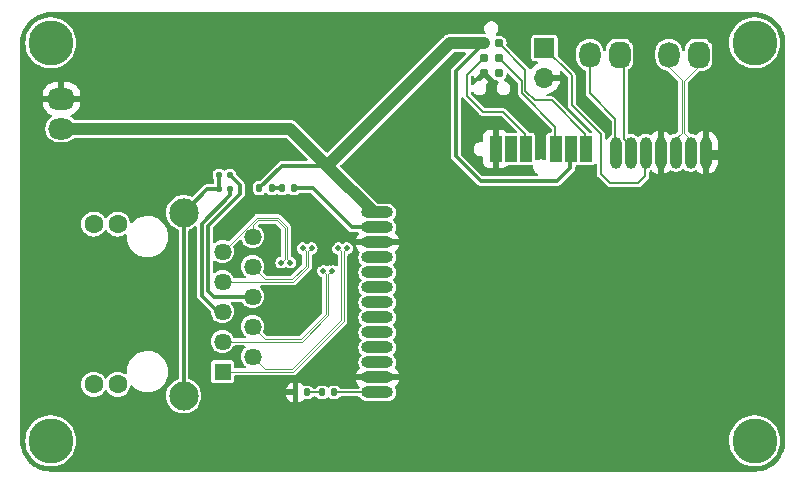
<source format=gbr>
%TF.GenerationSoftware,KiCad,Pcbnew,8.0.4*%
%TF.CreationDate,2025-04-28T15:50:51-04:00*%
%TF.ProjectId,BB-SPEM-A-1 Breakout,42422d53-5045-44d2-9d41-2d3120427265,rev?*%
%TF.SameCoordinates,Original*%
%TF.FileFunction,Copper,L1,Top*%
%TF.FilePolarity,Positive*%
%FSLAX46Y46*%
G04 Gerber Fmt 4.6, Leading zero omitted, Abs format (unit mm)*
G04 Created by KiCad (PCBNEW 8.0.4) date 2025-04-28 15:50:51*
%MOMM*%
%LPD*%
G01*
G04 APERTURE LIST*
G04 Aperture macros list*
%AMRoundRect*
0 Rectangle with rounded corners*
0 $1 Rounding radius*
0 $2 $3 $4 $5 $6 $7 $8 $9 X,Y pos of 4 corners*
0 Add a 4 corners polygon primitive as box body*
4,1,4,$2,$3,$4,$5,$6,$7,$8,$9,$2,$3,0*
0 Add four circle primitives for the rounded corners*
1,1,$1+$1,$2,$3*
1,1,$1+$1,$4,$5*
1,1,$1+$1,$6,$7*
1,1,$1+$1,$8,$9*
0 Add four rect primitives between the rounded corners*
20,1,$1+$1,$2,$3,$4,$5,0*
20,1,$1+$1,$4,$5,$6,$7,0*
20,1,$1+$1,$6,$7,$8,$9,0*
20,1,$1+$1,$8,$9,$2,$3,0*%
G04 Aperture macros list end*
%TA.AperFunction,ComponentPad*%
%ADD10O,2.700000X1.000000*%
%TD*%
%TA.AperFunction,ComponentPad*%
%ADD11O,1.700000X1.000000*%
%TD*%
%TA.AperFunction,ComponentPad*%
%ADD12R,1.100000X2.200000*%
%TD*%
%TA.AperFunction,ComponentPad*%
%ADD13O,1.000000X2.700000*%
%TD*%
%TA.AperFunction,ComponentPad*%
%ADD14O,1.000000X1.700000*%
%TD*%
%TA.AperFunction,SMDPad,CuDef*%
%ADD15RoundRect,0.125000X-0.125000X-0.155000X0.125000X-0.155000X0.125000X0.155000X-0.125000X0.155000X0*%
%TD*%
%TA.AperFunction,ComponentPad*%
%ADD16RoundRect,0.630000X-0.470000X0.270000X-0.470000X-0.270000X0.470000X-0.270000X0.470000X0.270000X0*%
%TD*%
%TA.AperFunction,ComponentPad*%
%ADD17O,2.200000X1.800000*%
%TD*%
%TA.AperFunction,ComponentPad*%
%ADD18RoundRect,0.630000X0.270000X0.470000X-0.270000X0.470000X-0.270000X-0.470000X0.270000X-0.470000X0*%
%TD*%
%TA.AperFunction,ComponentPad*%
%ADD19O,1.800000X2.200000*%
%TD*%
%TA.AperFunction,SMDPad,CuDef*%
%ADD20RoundRect,0.135000X0.135000X0.185000X-0.135000X0.185000X-0.135000X-0.185000X0.135000X-0.185000X0*%
%TD*%
%TA.AperFunction,ComponentPad*%
%ADD21C,3.800000*%
%TD*%
%TA.AperFunction,ComponentPad*%
%ADD22R,1.458000X1.458000*%
%TD*%
%TA.AperFunction,ComponentPad*%
%ADD23C,1.458000*%
%TD*%
%TA.AperFunction,ComponentPad*%
%ADD24C,1.605000*%
%TD*%
%TA.AperFunction,ComponentPad*%
%ADD25C,2.475000*%
%TD*%
%TA.AperFunction,ComponentPad*%
%ADD26R,1.700000X1.700000*%
%TD*%
%TA.AperFunction,ComponentPad*%
%ADD27O,1.700000X1.700000*%
%TD*%
%TA.AperFunction,ConnectorPad*%
%ADD28C,0.787400*%
%TD*%
%TA.AperFunction,SMDPad,CuDef*%
%ADD29RoundRect,0.147500X-0.147500X-0.172500X0.147500X-0.172500X0.147500X0.172500X-0.147500X0.172500X0*%
%TD*%
%TA.AperFunction,SMDPad,CuDef*%
%ADD30RoundRect,0.147500X0.147500X0.172500X-0.147500X0.172500X-0.147500X-0.172500X0.147500X-0.172500X0*%
%TD*%
%TA.AperFunction,SMDPad,CuDef*%
%ADD31RoundRect,0.135000X-0.135000X-0.185000X0.135000X-0.185000X0.135000X0.185000X-0.135000X0.185000X0*%
%TD*%
%TA.AperFunction,ViaPad*%
%ADD32C,0.500000*%
%TD*%
%TA.AperFunction,Conductor*%
%ADD33C,0.304800*%
%TD*%
%TA.AperFunction,Conductor*%
%ADD34C,0.152400*%
%TD*%
%TA.AperFunction,Conductor*%
%ADD35C,0.101600*%
%TD*%
%TA.AperFunction,Conductor*%
%ADD36C,1.000000*%
%TD*%
G04 APERTURE END LIST*
D10*
%TO.P,J1,1,3V3_IN*%
%TO.N,/3V3*%
X145450000Y-87060000D03*
D11*
X145850000Y-87060000D03*
D10*
%TO.P,J1,2,BASE-T_LED*%
%TO.N,Net-(D1-K)*%
X145450000Y-88330000D03*
D11*
X145850000Y-88330000D03*
D10*
%TO.P,J1,3,GND*%
%TO.N,GND*%
X145450000Y-89600000D03*
D11*
X145850000Y-89600000D03*
D10*
%TO.P,J1,4,ETH_A_P*%
%TO.N,/A+*%
X145450000Y-90870000D03*
D11*
X145850000Y-90870000D03*
D10*
%TO.P,J1,5,ETH_A_N*%
%TO.N,/A-*%
X145450000Y-92140000D03*
D11*
X145850000Y-92140000D03*
D10*
%TO.P,J1,6,ETH_B_P*%
%TO.N,/B+*%
X145450000Y-93410000D03*
D11*
X145850000Y-93410000D03*
D10*
%TO.P,J1,7,ETH_B_N*%
%TO.N,/B-*%
X145450000Y-94680000D03*
D11*
X145850000Y-94680000D03*
D10*
%TO.P,J1,8,ETH_C_P*%
%TO.N,/C+*%
X145450000Y-95950000D03*
D11*
X145850000Y-95950000D03*
D10*
%TO.P,J1,9,ETH_C_N*%
%TO.N,/C-*%
X145450000Y-97220000D03*
D11*
X145850000Y-97220000D03*
D10*
%TO.P,J1,10,ETH_D_P*%
%TO.N,/D+*%
X145450000Y-98490000D03*
D11*
X145850000Y-98490000D03*
D10*
%TO.P,J1,11,ETH_D_N*%
%TO.N,/D-*%
X145450000Y-99760000D03*
D11*
X145850000Y-99760000D03*
D10*
%TO.P,J1,12,GND*%
%TO.N,GND*%
X145450000Y-101030000D03*
D11*
X145850000Y-101030000D03*
D10*
%TO.P,J1,13,BASE-T1_LED*%
%TO.N,Net-(J1-BASE-T1_LED)*%
X145450000Y-102300000D03*
D11*
X145850000Y-102300000D03*
D12*
%TO.P,J1,14,GND*%
%TO.N,GND*%
X155470000Y-81700000D03*
%TO.P,J1,15,NC*%
%TO.N,unconnected-(J1-NC-Pad15)*%
X156740000Y-81700000D03*
%TO.P,J1,16,MCU_RST*%
%TO.N,/MCU_RST*%
X158010000Y-81700000D03*
%TO.P,J1,17,SWCLK*%
%TO.N,/SWCLK*%
X160550000Y-81700000D03*
%TO.P,J1,18,3V3*%
%TO.N,/3V3*%
X161820000Y-81700000D03*
%TO.P,J1,19,SWDIO*%
%TO.N,/SWDIO*%
X163090000Y-81700000D03*
D13*
%TO.P,J1,20,UART_RX*%
%TO.N,Net-(J1-UART_RX)*%
X165630000Y-82000000D03*
D14*
X165630000Y-82400000D03*
D13*
%TO.P,J1,21,UART_TX*%
%TO.N,Net-(J1-UART_TX)*%
X166900000Y-82000000D03*
D14*
X166900000Y-82400000D03*
D13*
%TO.P,J1,22,SLAVE_STRAP*%
%TO.N,Net-(J1-SLAVE_STRAP)*%
X168170000Y-82000000D03*
D14*
X168170000Y-82400000D03*
D13*
%TO.P,J1,23,GND*%
%TO.N,GND*%
X169440000Y-82000000D03*
D14*
X169440000Y-82400000D03*
D13*
%TO.P,J1,24,SPE_TRX_P*%
%TO.N,/SPE_TRX+*%
X170710000Y-82000000D03*
D14*
X170710000Y-82400000D03*
D13*
%TO.P,J1,25,SPE_TRX_N*%
%TO.N,/SPE_TRX-*%
X171980000Y-82000000D03*
D14*
X171980000Y-82400000D03*
D13*
%TO.P,J1,26,GND*%
%TO.N,GND*%
X173250000Y-82000000D03*
D14*
X173250000Y-82400000D03*
%TD*%
D15*
%TO.P,C2,1*%
%TO.N,Earth*%
X132015000Y-85100000D03*
%TO.P,C2,2*%
%TO.N,Net-(J6-CT_1)*%
X132985000Y-85100000D03*
%TD*%
D16*
%TO.P,J2,1,Pin_1*%
%TO.N,GND*%
X118700000Y-77430000D03*
D17*
%TO.P,J2,2,Pin_2*%
%TO.N,/3V3*%
X118700000Y-79970000D03*
%TD*%
D18*
%TO.P,J3,1,Pin_1*%
%TO.N,/SPE_TRX-*%
X172670000Y-73700000D03*
D19*
%TO.P,J3,2,Pin_2*%
%TO.N,/SPE_TRX+*%
X170130000Y-73700000D03*
%TD*%
D20*
%TO.P,R1,1*%
%TO.N,Net-(D1-A)*%
X136490000Y-85000000D03*
%TO.P,R1,2*%
%TO.N,/3V3*%
X135470000Y-85000000D03*
%TD*%
D21*
%TO.P,H4,1,1*%
%TO.N,unconnected-(H4-Pad1)*%
X177400000Y-72700000D03*
%TD*%
D18*
%TO.P,J4,1,Pin_1*%
%TO.N,Net-(J1-UART_TX)*%
X165970000Y-73700000D03*
D19*
%TO.P,J4,2,Pin_2*%
%TO.N,Net-(J1-UART_RX)*%
X163430000Y-73700000D03*
%TD*%
D22*
%TO.P,J6,P1,TD1+*%
%TO.N,/A+*%
X132350000Y-100545000D03*
D23*
%TO.P,J6,P2,TD1-*%
%TO.N,/A-*%
X134890000Y-99275000D03*
%TO.P,J6,P3,TD2+*%
%TO.N,/B+*%
X132350000Y-98005000D03*
%TO.P,J6,P4,TD2-*%
%TO.N,/B-*%
X134890000Y-96735000D03*
%TO.P,J6,P5,CT_1*%
%TO.N,Net-(J6-CT_1)*%
X132350000Y-95465000D03*
%TO.P,J6,P6,CT_2*%
%TO.N,Net-(J6-CT_2)*%
X134890000Y-94195000D03*
%TO.P,J6,P7,TD3+*%
%TO.N,/C+*%
X132350000Y-92925000D03*
%TO.P,J6,P8,TD3-*%
%TO.N,/C-*%
X134890000Y-91655000D03*
%TO.P,J6,P9,TD4+*%
%TO.N,/D+*%
X132350000Y-90385000D03*
%TO.P,J6,P10,TD4-*%
%TO.N,/D-*%
X134890000Y-89115000D03*
D24*
%TO.P,J6,P11*%
%TO.N,unconnected-(J6-PadP11)*%
X123460000Y-88045000D03*
%TO.P,J6,P12*%
%TO.N,unconnected-(J6-PadP12)*%
X121430000Y-88045000D03*
%TO.P,J6,P13*%
%TO.N,unconnected-(J6-PadP13)*%
X123460000Y-101615000D03*
%TO.P,J6,P14*%
%TO.N,unconnected-(J6-PadP14)*%
X121430000Y-101615000D03*
D25*
%TO.P,J6,S1,SHIELD*%
%TO.N,Earth*%
X129050000Y-102580000D03*
%TO.P,J6,S2,SHIELD*%
X129050000Y-87080000D03*
%TD*%
D26*
%TO.P,J5,1,Pin_1*%
%TO.N,Net-(J1-SLAVE_STRAP)*%
X159600000Y-73125000D03*
D27*
%TO.P,J5,2,Pin_2*%
%TO.N,GND*%
X159600000Y-75665000D03*
%TD*%
D28*
%TO.P,J8,1,VCC*%
%TO.N,/3V3*%
X154465000Y-72730000D03*
%TO.P,J8,2,SWDIO*%
%TO.N,/SWDIO*%
X155735000Y-72730000D03*
%TO.P,J8,3,~{RESET}*%
%TO.N,/MCU_RST*%
X154465000Y-74000000D03*
%TO.P,J8,4,SWCLK*%
%TO.N,/SWCLK*%
X155735000Y-74000000D03*
%TO.P,J8,5,GND*%
%TO.N,GND*%
X154465000Y-75270000D03*
%TO.P,J8,6,SWO*%
%TO.N,unconnected-(J8-SWO-Pad6)*%
X155735000Y-75270000D03*
%TD*%
D21*
%TO.P,H2,1,1*%
%TO.N,unconnected-(H2-Pad1)*%
X117800000Y-106400000D03*
%TD*%
%TO.P,H3,1,1*%
%TO.N,unconnected-(H3-Pad1)*%
X177400000Y-106400000D03*
%TD*%
D29*
%TO.P,D2,1,K*%
%TO.N,GND*%
X138515000Y-102300000D03*
%TO.P,D2,2,A*%
%TO.N,Net-(D2-A)*%
X139485000Y-102300000D03*
%TD*%
D30*
%TO.P,D1,1,K*%
%TO.N,Net-(D1-K)*%
X138365000Y-85000000D03*
%TO.P,D1,2,A*%
%TO.N,Net-(D1-A)*%
X137395000Y-85000000D03*
%TD*%
D31*
%TO.P,R2,1*%
%TO.N,Net-(D2-A)*%
X140770000Y-102300000D03*
%TO.P,R2,2*%
%TO.N,Net-(J1-BASE-T1_LED)*%
X141790000Y-102300000D03*
%TD*%
D15*
%TO.P,C1,1*%
%TO.N,Earth*%
X132015000Y-83900000D03*
%TO.P,C1,2*%
%TO.N,Net-(J6-CT_2)*%
X132985000Y-83900000D03*
%TD*%
D21*
%TO.P,H1,1,1*%
%TO.N,unconnected-(H1-Pad1)*%
X117800000Y-72700000D03*
%TD*%
D32*
%TO.N,GND*%
X143300000Y-89500000D03*
X141600000Y-89700000D03*
X136700000Y-90500000D03*
X140600000Y-91400000D03*
X141500000Y-91300000D03*
X140500000Y-89800000D03*
X138700000Y-91000000D03*
X157500000Y-78500000D03*
X138900000Y-89400000D03*
%TO.N,/D+*%
X138075000Y-91300000D03*
%TO.N,/D-*%
X137325000Y-91300000D03*
%TO.N,/C-*%
X139125000Y-90100000D03*
%TO.N,/C+*%
X139875000Y-90100000D03*
%TO.N,/A+*%
X142875000Y-90100000D03*
%TO.N,/B-*%
X140825000Y-92000000D03*
%TO.N,/A-*%
X142125000Y-90100000D03*
%TO.N,/B+*%
X141575000Y-92000000D03*
%TD*%
D33*
%TO.N,Earth*%
X131030000Y-85100000D02*
X132015000Y-85100000D01*
X129050000Y-87080000D02*
X131030000Y-85100000D01*
X129050000Y-102580000D02*
X129050000Y-87080000D01*
X132015000Y-83900000D02*
X132015000Y-85100000D01*
%TO.N,Net-(J6-CT_2)*%
X131595000Y-94195000D02*
X131100000Y-93700000D01*
X131100000Y-93700000D02*
X131100000Y-88200000D01*
X134890000Y-94195000D02*
X131595000Y-94195000D01*
X131100000Y-88200000D02*
X133800000Y-85500000D01*
X133800000Y-84715000D02*
X132985000Y-83900000D01*
X133800000Y-85500000D02*
X133800000Y-84715000D01*
%TO.N,Net-(J6-CT_1)*%
X132985000Y-85615000D02*
X132985000Y-85100000D01*
X132350000Y-95465000D02*
X131965000Y-95465000D01*
X130600000Y-94100000D02*
X130600000Y-88000000D01*
X130600000Y-88000000D02*
X132985000Y-85615000D01*
X131965000Y-95465000D02*
X130600000Y-94100000D01*
%TO.N,Net-(D1-K)*%
X143320000Y-88320000D02*
X140000000Y-85000000D01*
X145130000Y-88320000D02*
X143320000Y-88320000D01*
X140000000Y-85000000D02*
X138365000Y-85000000D01*
%TO.N,Net-(D1-A)*%
X136490000Y-85000000D02*
X137395000Y-85000000D01*
%TO.N,GND*%
X155368300Y-76173300D02*
X155368300Y-76868300D01*
X157000000Y-78500000D02*
X157500000Y-78500000D01*
X154465000Y-75270000D02*
X155368300Y-76173300D01*
X155368300Y-76868300D02*
X157000000Y-78500000D01*
D34*
%TO.N,Net-(D2-A)*%
X139485000Y-102300000D02*
X140770000Y-102300000D01*
%TO.N,Net-(J1-UART_TX)*%
X166338600Y-74068600D02*
X165970000Y-73700000D01*
X166338600Y-80874125D02*
X166338600Y-74068600D01*
X166880000Y-81415525D02*
X166338600Y-80874125D01*
X166880000Y-81690000D02*
X166880000Y-81415525D01*
D35*
%TO.N,/SPE_TRX+*%
X170130000Y-74780000D02*
X170130000Y-73700000D01*
X170690000Y-81690000D02*
X170690000Y-80840000D01*
X170690000Y-80840000D02*
X171217050Y-80312950D01*
X171217050Y-75867050D02*
X170130000Y-74780000D01*
X171217050Y-80312950D02*
X171217050Y-75867050D01*
D33*
%TO.N,/3V3*%
X154200000Y-84400000D02*
X152100000Y-82300000D01*
X137360000Y-83110000D02*
X141190000Y-83110000D01*
X161800000Y-83300000D02*
X160700000Y-84400000D01*
D36*
X138050000Y-79970000D02*
X139150000Y-81070000D01*
D33*
X135470000Y-85000000D02*
X137360000Y-83110000D01*
D36*
X141190000Y-83110000D02*
X145130000Y-87050000D01*
X151570000Y-72730000D02*
X154465000Y-72730000D01*
X141190000Y-83110000D02*
X151570000Y-72730000D01*
D33*
X152100000Y-75095000D02*
X154465000Y-72730000D01*
D36*
X118700000Y-79970000D02*
X138050000Y-79970000D01*
D33*
X152100000Y-82300000D02*
X152100000Y-75095000D01*
X160700000Y-84400000D02*
X154200000Y-84400000D01*
D36*
X139150000Y-81070000D02*
X141190000Y-83110000D01*
D33*
X161800000Y-81690000D02*
X161800000Y-83300000D01*
D35*
%TO.N,/SPE_TRX-*%
X172670000Y-74670000D02*
X172670000Y-73700000D01*
X171960000Y-81690000D02*
X171960000Y-80840000D01*
X171960000Y-80840000D02*
X171432950Y-80312950D01*
X171432950Y-80312950D02*
X171432950Y-75907050D01*
X171432950Y-75907050D02*
X172670000Y-74670000D01*
D34*
%TO.N,Net-(J1-BASE-T1_LED)*%
X141790000Y-102300000D02*
X145120000Y-102300000D01*
X145120000Y-102300000D02*
X145130000Y-102290000D01*
D35*
%TO.N,/D+*%
X137044716Y-87492050D02*
X137807950Y-88255284D01*
X135242950Y-87492050D02*
X137044716Y-87492050D01*
X137807950Y-91032950D02*
X138075000Y-91300000D01*
X137807950Y-88255284D02*
X137807950Y-91032950D01*
X132350000Y-90385000D02*
X135242950Y-87492050D01*
D34*
%TO.N,Net-(J1-UART_RX)*%
X165610000Y-79140000D02*
X163430000Y-76960000D01*
X163430000Y-76960000D02*
X163430000Y-73700000D01*
X165610000Y-81690000D02*
X165610000Y-79140000D01*
D35*
%TO.N,/D-*%
X137592050Y-91032950D02*
X137325000Y-91300000D01*
X136955284Y-87707950D02*
X137592050Y-88344716D01*
X134890000Y-88150329D02*
X135332379Y-87707950D01*
X134890000Y-89115000D02*
X134890000Y-88150329D01*
X135332379Y-87707950D02*
X136955284Y-87707950D01*
X137592050Y-88344716D02*
X137592050Y-91032950D01*
%TO.N,/C-*%
X139125000Y-90100000D02*
X139392050Y-90367050D01*
X138238234Y-92709100D02*
X135944100Y-92709100D01*
X139392050Y-91555284D02*
X138238234Y-92709100D01*
X139392050Y-90367050D02*
X139392050Y-91555284D01*
X135944100Y-92709100D02*
X134890000Y-91655000D01*
%TO.N,/C+*%
X138327666Y-92925000D02*
X132350000Y-92925000D01*
X139875000Y-90100000D02*
X139607950Y-90367050D01*
X139607950Y-90367050D02*
X139607950Y-91644716D01*
X139607950Y-91644716D02*
X138327666Y-92925000D01*
%TO.N,/A+*%
X138307666Y-100545000D02*
X132350000Y-100545000D01*
X142607950Y-96244716D02*
X138307666Y-100545000D01*
X142875000Y-90100000D02*
X142607950Y-90367050D01*
X142607950Y-90367050D02*
X142607950Y-96244716D01*
D34*
%TO.N,Net-(J1-SLAVE_STRAP)*%
X165150000Y-84600000D02*
X167540000Y-84600000D01*
X159600000Y-73125000D02*
X161910000Y-75435000D01*
X164380000Y-80460000D02*
X164380000Y-83830000D01*
X161910000Y-77990000D02*
X164380000Y-80460000D01*
X168150000Y-83990000D02*
X168150000Y-82690000D01*
X161910000Y-75435000D02*
X161910000Y-77990000D01*
X164380000Y-83830000D02*
X165150000Y-84600000D01*
X167540000Y-84600000D02*
X168150000Y-83990000D01*
D35*
%TO.N,/B-*%
X135944100Y-97789100D02*
X134890000Y-96735000D01*
X138958234Y-97789100D02*
X135944100Y-97789100D01*
X138958234Y-97789100D02*
X141092050Y-95655284D01*
X141092050Y-95655284D02*
X141092050Y-92267050D01*
X141092050Y-92267050D02*
X140825000Y-92000000D01*
%TO.N,/A-*%
X138218234Y-100329100D02*
X142392050Y-96155284D01*
X135944100Y-100329100D02*
X134890000Y-99275000D01*
X142392050Y-96155284D02*
X142392050Y-90367050D01*
X142392050Y-90367050D02*
X142125000Y-90100000D01*
X138218234Y-100329100D02*
X135944100Y-100329100D01*
%TO.N,/B+*%
X141307950Y-92267050D02*
X141307950Y-95744716D01*
X139047666Y-98005000D02*
X132350000Y-98005000D01*
X141575000Y-92000000D02*
X141307950Y-92267050D01*
X141307950Y-95744716D02*
X139047666Y-98005000D01*
D34*
%TO.N,/SWCLK*%
X157670000Y-76950000D02*
X160530000Y-79810000D01*
X157670000Y-75935000D02*
X157670000Y-76950000D01*
X160530000Y-79810000D02*
X160530000Y-81690000D01*
X155735000Y-74000000D02*
X157670000Y-75935000D01*
%TO.N,/MCU_RST*%
X154465000Y-74000000D02*
X153040000Y-75425000D01*
X157990000Y-80437600D02*
X157990000Y-81690000D01*
X153040000Y-77210000D02*
X154360000Y-78530000D01*
X156082400Y-78530000D02*
X157990000Y-80437600D01*
X154360000Y-78530000D02*
X156082400Y-78530000D01*
X153040000Y-75425000D02*
X153040000Y-77210000D01*
%TO.N,/SWDIO*%
X157974800Y-74969800D02*
X157974800Y-76774800D01*
X158770000Y-77570000D02*
X160202400Y-77570000D01*
X155735000Y-72730000D02*
X157974800Y-74969800D01*
X163070000Y-80437600D02*
X163070000Y-81690000D01*
X160202400Y-77570000D02*
X163070000Y-80437600D01*
X157974800Y-76774800D02*
X158770000Y-77570000D01*
%TD*%
%TA.AperFunction,Conductor*%
%TO.N,GND*%
G36*
X145869930Y-100815095D02*
G01*
X145823852Y-100894905D01*
X145800000Y-100983922D01*
X145800000Y-101076078D01*
X145823852Y-101165095D01*
X145869930Y-101244905D01*
X145905025Y-101280000D01*
X145394975Y-101280000D01*
X145430070Y-101244905D01*
X145476148Y-101165095D01*
X145500000Y-101076078D01*
X145500000Y-100983922D01*
X145476148Y-100894905D01*
X145430070Y-100815095D01*
X145394975Y-100780000D01*
X145905025Y-100780000D01*
X145869930Y-100815095D01*
G37*
%TD.AperFunction*%
%TA.AperFunction,Conductor*%
G36*
X145869930Y-89385095D02*
G01*
X145823852Y-89464905D01*
X145800000Y-89553922D01*
X145800000Y-89646078D01*
X145823852Y-89735095D01*
X145869930Y-89814905D01*
X145905025Y-89850000D01*
X145394975Y-89850000D01*
X145430070Y-89814905D01*
X145476148Y-89735095D01*
X145500000Y-89646078D01*
X145500000Y-89553922D01*
X145476148Y-89464905D01*
X145430070Y-89385095D01*
X145394975Y-89350000D01*
X145905025Y-89350000D01*
X145869930Y-89385095D01*
G37*
%TD.AperFunction*%
%TA.AperFunction,Conductor*%
G36*
X152712103Y-77317107D02*
G01*
X152738286Y-77348818D01*
X152775374Y-77413055D01*
X152775376Y-77413057D01*
X152844010Y-77481691D01*
X152844016Y-77481696D01*
X154091033Y-78728713D01*
X154091043Y-78728724D01*
X154095374Y-78733055D01*
X154156945Y-78794626D01*
X154232354Y-78838164D01*
X154316462Y-78860700D01*
X154316463Y-78860700D01*
X154403537Y-78860700D01*
X155894058Y-78860700D01*
X155961097Y-78880385D01*
X155981739Y-78897019D01*
X157218539Y-80133819D01*
X157252024Y-80195142D01*
X157247040Y-80264834D01*
X157205168Y-80320767D01*
X157139704Y-80345184D01*
X157130858Y-80345500D01*
X156516131Y-80345500D01*
X156449092Y-80325815D01*
X156416864Y-80295811D01*
X156377186Y-80242809D01*
X156262093Y-80156649D01*
X156262086Y-80156645D01*
X156127379Y-80106403D01*
X156127372Y-80106401D01*
X156067844Y-80100000D01*
X155720000Y-80100000D01*
X155720000Y-81377243D01*
X155718676Y-81375919D01*
X155626324Y-81322600D01*
X155523319Y-81295000D01*
X155416681Y-81295000D01*
X155313676Y-81322600D01*
X155221324Y-81375919D01*
X155220000Y-81377243D01*
X155220000Y-80100000D01*
X154872155Y-80100000D01*
X154812627Y-80106401D01*
X154812620Y-80106403D01*
X154677913Y-80156645D01*
X154677906Y-80156649D01*
X154562812Y-80242809D01*
X154562809Y-80242812D01*
X154476649Y-80357906D01*
X154476645Y-80357913D01*
X154426403Y-80492620D01*
X154426401Y-80492627D01*
X154420000Y-80552155D01*
X154420000Y-80976660D01*
X154400315Y-81043699D01*
X154347511Y-81089454D01*
X154287184Y-81098496D01*
X154287184Y-81099500D01*
X154280491Y-81099500D01*
X154279824Y-81099600D01*
X154279064Y-81099500D01*
X154279057Y-81099500D01*
X154120943Y-81099500D01*
X153968216Y-81140423D01*
X153968209Y-81140426D01*
X153831290Y-81219475D01*
X153831282Y-81219481D01*
X153719481Y-81331282D01*
X153719475Y-81331290D01*
X153640426Y-81468209D01*
X153640423Y-81468216D01*
X153599500Y-81620943D01*
X153599500Y-81779057D01*
X153635901Y-81914905D01*
X153640423Y-81931783D01*
X153640426Y-81931790D01*
X153719475Y-82068709D01*
X153719479Y-82068714D01*
X153719480Y-82068716D01*
X153831284Y-82180520D01*
X153831286Y-82180521D01*
X153831290Y-82180524D01*
X153968209Y-82259573D01*
X153968216Y-82259577D01*
X154120943Y-82300500D01*
X154120945Y-82300500D01*
X154279051Y-82300500D01*
X154279057Y-82300500D01*
X154279062Y-82300498D01*
X154279810Y-82300400D01*
X154280451Y-82300500D01*
X154287184Y-82300500D01*
X154287184Y-82301549D01*
X154348846Y-82311164D01*
X154401103Y-82357541D01*
X154420000Y-82423339D01*
X154420000Y-82847844D01*
X154426401Y-82907372D01*
X154426403Y-82907379D01*
X154476645Y-83042086D01*
X154476649Y-83042093D01*
X154562809Y-83157187D01*
X154562812Y-83157190D01*
X154677906Y-83243350D01*
X154677913Y-83243354D01*
X154812620Y-83293596D01*
X154812627Y-83293598D01*
X154872155Y-83299999D01*
X154872172Y-83300000D01*
X155220000Y-83300000D01*
X155220000Y-82022757D01*
X155221324Y-82024081D01*
X155313676Y-82077400D01*
X155416681Y-82105000D01*
X155523319Y-82105000D01*
X155626324Y-82077400D01*
X155718676Y-82024081D01*
X155720000Y-82022757D01*
X155720000Y-83300000D01*
X156067828Y-83300000D01*
X156067844Y-83299999D01*
X156127372Y-83293598D01*
X156127379Y-83293596D01*
X156262086Y-83243354D01*
X156262088Y-83243352D01*
X156377186Y-83157190D01*
X156377187Y-83157189D01*
X156416865Y-83104188D01*
X156472799Y-83062317D01*
X156516128Y-83054499D01*
X157315066Y-83054499D01*
X157315067Y-83054499D01*
X157315068Y-83054498D01*
X157337685Y-83050000D01*
X157350808Y-83047390D01*
X157399190Y-83047390D01*
X157434933Y-83054500D01*
X158525500Y-83054499D01*
X158592539Y-83074184D01*
X158638294Y-83126987D01*
X158649500Y-83178499D01*
X158649500Y-83262103D01*
X158673727Y-83383902D01*
X158673730Y-83383912D01*
X158721256Y-83498650D01*
X158721261Y-83498660D01*
X158790257Y-83601919D01*
X158790260Y-83601923D01*
X158878076Y-83689739D01*
X158878080Y-83689742D01*
X158981342Y-83758740D01*
X158983211Y-83759739D01*
X158984006Y-83760520D01*
X158986411Y-83762127D01*
X158986106Y-83762582D01*
X159033057Y-83808699D01*
X159048521Y-83876836D01*
X159024693Y-83942517D01*
X158969138Y-83984888D01*
X158924763Y-83993100D01*
X154419905Y-83993100D01*
X154352866Y-83973415D01*
X154332224Y-83956781D01*
X152543219Y-82167775D01*
X152509734Y-82106452D01*
X152506900Y-82080094D01*
X152506900Y-77410820D01*
X152526585Y-77343781D01*
X152579389Y-77298026D01*
X152648547Y-77288082D01*
X152712103Y-77317107D01*
G37*
%TD.AperFunction*%
%TA.AperFunction,Conductor*%
G36*
X154384334Y-75099626D02*
G01*
X154440267Y-75141498D01*
X154464684Y-75206962D01*
X154465000Y-75215808D01*
X154465000Y-75270000D01*
X154767191Y-75270000D01*
X154834230Y-75289685D01*
X154854872Y-75306319D01*
X155226482Y-75677928D01*
X155240849Y-75695166D01*
X155246252Y-75702994D01*
X155364073Y-75807374D01*
X155364074Y-75807374D01*
X155364076Y-75807376D01*
X155503457Y-75880529D01*
X155503459Y-75880529D01*
X155503460Y-75880530D01*
X155634498Y-75912828D01*
X155694879Y-75947984D01*
X155726667Y-76010204D01*
X155719771Y-76079732D01*
X155692505Y-76120905D01*
X155639242Y-76174168D01*
X155639240Y-76174171D01*
X155560803Y-76310029D01*
X155560803Y-76310030D01*
X155520200Y-76461561D01*
X155520200Y-76618439D01*
X155560803Y-76769970D01*
X155639241Y-76905830D01*
X155750170Y-77016759D01*
X155886030Y-77095197D01*
X156037561Y-77135800D01*
X156037564Y-77135800D01*
X156194436Y-77135800D01*
X156194439Y-77135800D01*
X156345970Y-77095197D01*
X156481830Y-77016759D01*
X156592759Y-76905830D01*
X156671197Y-76769970D01*
X156711800Y-76618439D01*
X156711800Y-76461561D01*
X156671197Y-76310030D01*
X156592759Y-76174170D01*
X156481830Y-76063241D01*
X156345970Y-75984803D01*
X156345971Y-75984803D01*
X156230632Y-75953898D01*
X156170971Y-75917532D01*
X156140443Y-75854685D01*
X156148738Y-75785310D01*
X156180500Y-75741307D01*
X156223747Y-75702994D01*
X156225752Y-75700089D01*
X156313168Y-75573446D01*
X156368987Y-75426264D01*
X156373435Y-75389627D01*
X156401055Y-75325450D01*
X156458989Y-75286393D01*
X156528842Y-75284857D01*
X156584212Y-75316892D01*
X157302981Y-76035661D01*
X157336466Y-76096984D01*
X157339300Y-76123342D01*
X157339300Y-76993539D01*
X157360786Y-77073727D01*
X157361836Y-77077646D01*
X157405374Y-77153055D01*
X157405376Y-77153057D01*
X157474010Y-77221691D01*
X157474016Y-77221696D01*
X160162981Y-79910661D01*
X160196466Y-79971984D01*
X160199300Y-79998342D01*
X160199300Y-80221500D01*
X160179615Y-80288539D01*
X160126811Y-80334294D01*
X160075301Y-80345500D01*
X159974936Y-80345500D01*
X159900698Y-80360266D01*
X159816515Y-80416515D01*
X159760266Y-80500699D01*
X159760264Y-80500703D01*
X159745500Y-80574928D01*
X159745500Y-82524788D01*
X159725815Y-82591827D01*
X159673011Y-82637582D01*
X159603853Y-82647526D01*
X159574048Y-82639349D01*
X159463916Y-82593731D01*
X159463912Y-82593729D01*
X159463910Y-82593729D01*
X159463906Y-82593728D01*
X159463902Y-82593727D01*
X159342103Y-82569500D01*
X159342099Y-82569500D01*
X159217901Y-82569500D01*
X159217896Y-82569500D01*
X159096097Y-82593727D01*
X159096083Y-82593731D01*
X158985951Y-82639349D01*
X158916482Y-82646818D01*
X158854003Y-82615542D01*
X158818351Y-82555453D01*
X158814499Y-82524788D01*
X158814499Y-80574936D01*
X158814499Y-80574934D01*
X158799734Y-80500699D01*
X158773897Y-80462031D01*
X158743484Y-80416515D01*
X158678734Y-80373251D01*
X158659301Y-80360266D01*
X158659299Y-80360265D01*
X158659296Y-80360264D01*
X158585071Y-80345500D01*
X158585067Y-80345500D01*
X158390278Y-80345500D01*
X158323239Y-80325815D01*
X158282892Y-80283501D01*
X158259397Y-80242809D01*
X158254626Y-80234545D01*
X158193055Y-80172974D01*
X158193054Y-80172973D01*
X158188724Y-80168643D01*
X158188713Y-80168633D01*
X156354096Y-78334016D01*
X156354094Y-78334013D01*
X156285457Y-78265376D01*
X156285455Y-78265374D01*
X156210046Y-78221836D01*
X156125939Y-78199300D01*
X156125938Y-78199300D01*
X154548342Y-78199300D01*
X154481303Y-78179615D01*
X154460661Y-78162981D01*
X153407019Y-77109339D01*
X153373534Y-77048016D01*
X153370700Y-77021658D01*
X153370700Y-76958903D01*
X153390385Y-76891864D01*
X153443189Y-76846109D01*
X153512347Y-76836165D01*
X153575903Y-76865190D01*
X153602088Y-76896905D01*
X153607238Y-76905826D01*
X153607240Y-76905828D01*
X153607241Y-76905830D01*
X153718170Y-77016759D01*
X153854030Y-77095197D01*
X154005561Y-77135800D01*
X154005564Y-77135800D01*
X154162436Y-77135800D01*
X154162439Y-77135800D01*
X154313970Y-77095197D01*
X154449830Y-77016759D01*
X154560759Y-76905830D01*
X154639197Y-76769970D01*
X154679800Y-76618439D01*
X154679800Y-76461561D01*
X154639197Y-76310030D01*
X154639196Y-76310028D01*
X154636086Y-76302520D01*
X154637948Y-76301748D01*
X154624038Y-76244402D01*
X154646890Y-76178376D01*
X154701812Y-76135186D01*
X154722118Y-76129013D01*
X154742694Y-76124639D01*
X154897264Y-76055819D01*
X154897264Y-76055818D01*
X154465001Y-75623553D01*
X154465000Y-75623553D01*
X154180674Y-75907881D01*
X154119350Y-75941366D01*
X154092992Y-75944200D01*
X154005561Y-75944200D01*
X153901785Y-75972007D01*
X153854029Y-75984803D01*
X153718171Y-76063240D01*
X153718168Y-76063242D01*
X153607242Y-76174168D01*
X153607240Y-76174171D01*
X153602087Y-76183097D01*
X153551519Y-76231312D01*
X153482912Y-76244534D01*
X153418047Y-76218566D01*
X153377520Y-76161651D01*
X153370700Y-76121096D01*
X153370700Y-75613341D01*
X153390385Y-75546302D01*
X153407010Y-75525669D01*
X153415912Y-75516767D01*
X153477229Y-75483281D01*
X153546921Y-75488262D01*
X153602857Y-75530130D01*
X153621525Y-75566127D01*
X153644065Y-75635499D01*
X153644067Y-75635503D01*
X153681356Y-75700089D01*
X154253319Y-75128127D01*
X154314642Y-75094642D01*
X154384334Y-75099626D01*
G37*
%TD.AperFunction*%
%TA.AperFunction,Conductor*%
G36*
X169690000Y-82455025D02*
G01*
X169654905Y-82419930D01*
X169575095Y-82373852D01*
X169486078Y-82350000D01*
X169393922Y-82350000D01*
X169304905Y-82373852D01*
X169225095Y-82419930D01*
X169190000Y-82455025D01*
X169190000Y-81944975D01*
X169225095Y-81980070D01*
X169304905Y-82026148D01*
X169393922Y-82050000D01*
X169486078Y-82050000D01*
X169575095Y-82026148D01*
X169654905Y-81980070D01*
X169690000Y-81944975D01*
X169690000Y-82455025D01*
G37*
%TD.AperFunction*%
%TA.AperFunction,Conductor*%
G36*
X161033565Y-75041525D02*
G01*
X161077002Y-75069682D01*
X161542981Y-75535661D01*
X161576466Y-75596984D01*
X161579300Y-75623342D01*
X161579300Y-78033538D01*
X161601836Y-78117646D01*
X161645374Y-78193055D01*
X161645376Y-78193057D01*
X161714010Y-78261691D01*
X161714016Y-78261696D01*
X163586139Y-80133819D01*
X163619624Y-80195142D01*
X163614640Y-80264834D01*
X163572768Y-80320767D01*
X163507304Y-80345184D01*
X163498458Y-80345500D01*
X163470278Y-80345500D01*
X163403239Y-80325815D01*
X163362892Y-80283501D01*
X163339397Y-80242809D01*
X163334626Y-80234545D01*
X163273055Y-80172974D01*
X163273054Y-80172973D01*
X163268724Y-80168643D01*
X163268713Y-80168633D01*
X160474096Y-77374016D01*
X160474094Y-77374013D01*
X160405457Y-77305376D01*
X160405455Y-77305374D01*
X160330046Y-77261836D01*
X160299077Y-77253538D01*
X160245939Y-77239300D01*
X160245938Y-77239300D01*
X159882506Y-77239300D01*
X159815467Y-77219615D01*
X159769712Y-77166811D01*
X159759768Y-77097653D01*
X159788793Y-77034097D01*
X159847571Y-76996323D01*
X159850413Y-76995525D01*
X160063483Y-76938433D01*
X160063492Y-76938429D01*
X160277578Y-76838600D01*
X160471082Y-76703105D01*
X160638105Y-76536082D01*
X160773600Y-76342578D01*
X160873429Y-76128492D01*
X160873432Y-76128486D01*
X160930636Y-75915000D01*
X160033012Y-75915000D01*
X160065925Y-75857993D01*
X160100000Y-75730826D01*
X160100000Y-75599174D01*
X160065925Y-75472007D01*
X160033012Y-75415000D01*
X160930636Y-75415000D01*
X160930635Y-75414999D01*
X160873430Y-75201506D01*
X160872803Y-75199783D01*
X160872751Y-75198972D01*
X160872030Y-75196280D01*
X160872570Y-75196135D01*
X160868365Y-75130054D01*
X160902331Y-75068996D01*
X160963915Y-75035994D01*
X161033565Y-75041525D01*
G37*
%TD.AperFunction*%
%TA.AperFunction,Conductor*%
G36*
X177403471Y-70100695D02*
G01*
X177441470Y-70102828D01*
X177684106Y-70116454D01*
X177697909Y-70118010D01*
X177971584Y-70164509D01*
X177985123Y-70167599D01*
X178251874Y-70244449D01*
X178264993Y-70249040D01*
X178521445Y-70355265D01*
X178533967Y-70361294D01*
X178626475Y-70412422D01*
X178776921Y-70495571D01*
X178788695Y-70502969D01*
X179015079Y-70663597D01*
X179015081Y-70663598D01*
X179025952Y-70672267D01*
X179203523Y-70830955D01*
X179232931Y-70857235D01*
X179242764Y-70867068D01*
X179427731Y-71074046D01*
X179436401Y-71084918D01*
X179597030Y-71311304D01*
X179604428Y-71323078D01*
X179738701Y-71566025D01*
X179744734Y-71578554D01*
X179850959Y-71835006D01*
X179855552Y-71848130D01*
X179932397Y-72114865D01*
X179935491Y-72128422D01*
X179981988Y-72402082D01*
X179983545Y-72415900D01*
X179999305Y-72696526D01*
X179999500Y-72703479D01*
X179999500Y-106396520D01*
X179999305Y-106403473D01*
X179983545Y-106684100D01*
X179981988Y-106697918D01*
X179935491Y-106971575D01*
X179932397Y-106985132D01*
X179855550Y-107251872D01*
X179850957Y-107264996D01*
X179744733Y-107521445D01*
X179738700Y-107533974D01*
X179604427Y-107776922D01*
X179597029Y-107788696D01*
X179436401Y-108015081D01*
X179427731Y-108025953D01*
X179242764Y-108232931D01*
X179232931Y-108242764D01*
X179025947Y-108427736D01*
X179015081Y-108436400D01*
X178905202Y-108514365D01*
X178788701Y-108597027D01*
X178776927Y-108604425D01*
X178533974Y-108738701D01*
X178521445Y-108744734D01*
X178264993Y-108850959D01*
X178251869Y-108855552D01*
X177985134Y-108932397D01*
X177971577Y-108935491D01*
X177697917Y-108981988D01*
X177684099Y-108983545D01*
X177403472Y-108999305D01*
X177396519Y-108999500D01*
X117803481Y-108999500D01*
X117796528Y-108999305D01*
X117515900Y-108983545D01*
X117502082Y-108981988D01*
X117228422Y-108935491D01*
X117214865Y-108932397D01*
X116948130Y-108855552D01*
X116935006Y-108850959D01*
X116678554Y-108744734D01*
X116666025Y-108738701D01*
X116423078Y-108604428D01*
X116411304Y-108597030D01*
X116184918Y-108436401D01*
X116174046Y-108427731D01*
X116050606Y-108317418D01*
X115967066Y-108242762D01*
X115957235Y-108232931D01*
X115772268Y-108025953D01*
X115763598Y-108015081D01*
X115602969Y-107788695D01*
X115595571Y-107776921D01*
X115461298Y-107533974D01*
X115455265Y-107521445D01*
X115349040Y-107264993D01*
X115344447Y-107251869D01*
X115322734Y-107176500D01*
X115267599Y-106985123D01*
X115264508Y-106971577D01*
X115264508Y-106971575D01*
X115218010Y-106697909D01*
X115216454Y-106684106D01*
X115200695Y-106403471D01*
X115200598Y-106400000D01*
X115640466Y-106400000D01*
X115660579Y-106694051D01*
X115660579Y-106694055D01*
X115660580Y-106694057D01*
X115682922Y-106801575D01*
X115720547Y-106982637D01*
X115720548Y-106982640D01*
X115819249Y-107260357D01*
X115819248Y-107260357D01*
X115929636Y-107473394D01*
X115954852Y-107522059D01*
X116120543Y-107756790D01*
X116124829Y-107762861D01*
X116326006Y-107978268D01*
X116554632Y-108164269D01*
X116554635Y-108164271D01*
X116554639Y-108164274D01*
X116667541Y-108232931D01*
X116806475Y-108317419D01*
X117025890Y-108412723D01*
X117076816Y-108434844D01*
X117360630Y-108514365D01*
X117617342Y-108549649D01*
X117652627Y-108554500D01*
X117652628Y-108554500D01*
X117947373Y-108554500D01*
X117978853Y-108550172D01*
X118239370Y-108514365D01*
X118523184Y-108434844D01*
X118793526Y-108317418D01*
X119045361Y-108164274D01*
X119273997Y-107978265D01*
X119475175Y-107762856D01*
X119645148Y-107522059D01*
X119780749Y-107260361D01*
X119879453Y-106982635D01*
X119939420Y-106694057D01*
X119959534Y-106400000D01*
X175240466Y-106400000D01*
X175260579Y-106694051D01*
X175260579Y-106694055D01*
X175260580Y-106694057D01*
X175282922Y-106801575D01*
X175320547Y-106982637D01*
X175320548Y-106982640D01*
X175419249Y-107260357D01*
X175419248Y-107260357D01*
X175529636Y-107473394D01*
X175554852Y-107522059D01*
X175720543Y-107756790D01*
X175724829Y-107762861D01*
X175926006Y-107978268D01*
X176154632Y-108164269D01*
X176154635Y-108164271D01*
X176154639Y-108164274D01*
X176267541Y-108232931D01*
X176406475Y-108317419D01*
X176625890Y-108412723D01*
X176676816Y-108434844D01*
X176960630Y-108514365D01*
X177217342Y-108549649D01*
X177252627Y-108554500D01*
X177252628Y-108554500D01*
X177547373Y-108554500D01*
X177578853Y-108550172D01*
X177839370Y-108514365D01*
X178123184Y-108434844D01*
X178393526Y-108317418D01*
X178645361Y-108164274D01*
X178873997Y-107978265D01*
X179075175Y-107762856D01*
X179245148Y-107522059D01*
X179380749Y-107260361D01*
X179479453Y-106982635D01*
X179539420Y-106694057D01*
X179559534Y-106400000D01*
X179539420Y-106105943D01*
X179479453Y-105817365D01*
X179380750Y-105539642D01*
X179380751Y-105539642D01*
X179245147Y-105277940D01*
X179075175Y-105037144D01*
X179075171Y-105037140D01*
X179075170Y-105037138D01*
X178873993Y-104821731D01*
X178645367Y-104635730D01*
X178645356Y-104635723D01*
X178393524Y-104482580D01*
X178123185Y-104365156D01*
X177839375Y-104285636D01*
X177839371Y-104285635D01*
X177839370Y-104285635D01*
X177693371Y-104265567D01*
X177547373Y-104245500D01*
X177547372Y-104245500D01*
X177252628Y-104245500D01*
X177252627Y-104245500D01*
X176960630Y-104285635D01*
X176960624Y-104285636D01*
X176676814Y-104365156D01*
X176406475Y-104482580D01*
X176154643Y-104635723D01*
X176154632Y-104635730D01*
X175926006Y-104821731D01*
X175724829Y-105037138D01*
X175554852Y-105277940D01*
X175419249Y-105539642D01*
X175320548Y-105817359D01*
X175320547Y-105817362D01*
X175260579Y-106105948D01*
X175240466Y-106400000D01*
X119959534Y-106400000D01*
X119939420Y-106105943D01*
X119879453Y-105817365D01*
X119780750Y-105539642D01*
X119780751Y-105539642D01*
X119645147Y-105277940D01*
X119475175Y-105037144D01*
X119475171Y-105037140D01*
X119475170Y-105037138D01*
X119273993Y-104821731D01*
X119045367Y-104635730D01*
X119045356Y-104635723D01*
X118793524Y-104482580D01*
X118523185Y-104365156D01*
X118239375Y-104285636D01*
X118239371Y-104285635D01*
X118239370Y-104285635D01*
X118093371Y-104265567D01*
X117947373Y-104245500D01*
X117947372Y-104245500D01*
X117652628Y-104245500D01*
X117652627Y-104245500D01*
X117360630Y-104285635D01*
X117360624Y-104285636D01*
X117076814Y-104365156D01*
X116806475Y-104482580D01*
X116554643Y-104635723D01*
X116554632Y-104635730D01*
X116326006Y-104821731D01*
X116124829Y-105037138D01*
X115954852Y-105277940D01*
X115819249Y-105539642D01*
X115720548Y-105817359D01*
X115720547Y-105817362D01*
X115660579Y-106105948D01*
X115640466Y-106400000D01*
X115200598Y-106400000D01*
X115200500Y-106396519D01*
X115200500Y-101615000D01*
X120367886Y-101615000D01*
X120388293Y-101822208D01*
X120388294Y-101822210D01*
X120448733Y-102021448D01*
X120448735Y-102021453D01*
X120546884Y-102205079D01*
X120546886Y-102205082D01*
X120678971Y-102366028D01*
X120839917Y-102498113D01*
X120839921Y-102498116D01*
X121023547Y-102596265D01*
X121137063Y-102630700D01*
X121222789Y-102656705D01*
X121222791Y-102656706D01*
X121241369Y-102658535D01*
X121430000Y-102677114D01*
X121637208Y-102656706D01*
X121836453Y-102596265D01*
X122020079Y-102498116D01*
X122181028Y-102366028D01*
X122313116Y-102205079D01*
X122335642Y-102162934D01*
X122384603Y-102113091D01*
X122452740Y-102097630D01*
X122518420Y-102121461D01*
X122554357Y-102162934D01*
X122574694Y-102200983D01*
X122576885Y-102205081D01*
X122708971Y-102366028D01*
X122869917Y-102498113D01*
X122869921Y-102498116D01*
X123053547Y-102596265D01*
X123167063Y-102630700D01*
X123252789Y-102656705D01*
X123252791Y-102656706D01*
X123271369Y-102658535D01*
X123460000Y-102677114D01*
X123667208Y-102656706D01*
X123866453Y-102596265D01*
X124050079Y-102498116D01*
X124211028Y-102366028D01*
X124343116Y-102205079D01*
X124441265Y-102021453D01*
X124501706Y-101822208D01*
X124502899Y-101810094D01*
X124529057Y-101745307D01*
X124586091Y-101704946D01*
X124655891Y-101701827D01*
X124713983Y-101734564D01*
X124843330Y-101863911D01*
X124843338Y-101863918D01*
X124843339Y-101863919D01*
X124875548Y-101888634D01*
X125025382Y-102003607D01*
X125025385Y-102003608D01*
X125025388Y-102003611D01*
X125224112Y-102118344D01*
X125224117Y-102118346D01*
X125224123Y-102118349D01*
X125315480Y-102156190D01*
X125436113Y-102206158D01*
X125657762Y-102265548D01*
X125885266Y-102295500D01*
X125885273Y-102295500D01*
X126114727Y-102295500D01*
X126114734Y-102295500D01*
X126342238Y-102265548D01*
X126563887Y-102206158D01*
X126775888Y-102118344D01*
X126974612Y-102003611D01*
X127156661Y-101863919D01*
X127156665Y-101863914D01*
X127156670Y-101863911D01*
X127318911Y-101701670D01*
X127318914Y-101701665D01*
X127318919Y-101701661D01*
X127458611Y-101519612D01*
X127573344Y-101320888D01*
X127661158Y-101108887D01*
X127720548Y-100887238D01*
X127750500Y-100659734D01*
X127750500Y-100430266D01*
X127750284Y-100428629D01*
X127745532Y-100392533D01*
X127720548Y-100202762D01*
X127661158Y-99981113D01*
X127611190Y-99860480D01*
X127573349Y-99769123D01*
X127573346Y-99769117D01*
X127573344Y-99769112D01*
X127458611Y-99570388D01*
X127458608Y-99570385D01*
X127458607Y-99570382D01*
X127357764Y-99438962D01*
X127318919Y-99388339D01*
X127318918Y-99388338D01*
X127318911Y-99388330D01*
X127156670Y-99226089D01*
X127156661Y-99226081D01*
X126974617Y-99086392D01*
X126775890Y-98971657D01*
X126775876Y-98971650D01*
X126563887Y-98883842D01*
X126342238Y-98824452D01*
X126304215Y-98819446D01*
X126114741Y-98794500D01*
X126114734Y-98794500D01*
X125885266Y-98794500D01*
X125885258Y-98794500D01*
X125668715Y-98823009D01*
X125657762Y-98824452D01*
X125572155Y-98847390D01*
X125436112Y-98883842D01*
X125224123Y-98971650D01*
X125224109Y-98971657D01*
X125025382Y-99086392D01*
X124843338Y-99226081D01*
X124681081Y-99388338D01*
X124541392Y-99570382D01*
X124426657Y-99769109D01*
X124426650Y-99769123D01*
X124338842Y-99981112D01*
X124279453Y-100202759D01*
X124279451Y-100202770D01*
X124249500Y-100430258D01*
X124249500Y-100633368D01*
X124229815Y-100700407D01*
X124177011Y-100746162D01*
X124107853Y-100756106D01*
X124056376Y-100733429D01*
X124055147Y-100735270D01*
X124050085Y-100731887D01*
X123991189Y-100700407D01*
X123866453Y-100633735D01*
X123866450Y-100633734D01*
X123866448Y-100633733D01*
X123667210Y-100573294D01*
X123667208Y-100573293D01*
X123460000Y-100552886D01*
X123252791Y-100573293D01*
X123252789Y-100573294D01*
X123053551Y-100633733D01*
X122869917Y-100731886D01*
X122708971Y-100863971D01*
X122576886Y-101024917D01*
X122576884Y-101024921D01*
X122554357Y-101067065D01*
X122505396Y-101116908D01*
X122437259Y-101132369D01*
X122371579Y-101108538D01*
X122335642Y-101067065D01*
X122313116Y-101024921D01*
X122273365Y-100976484D01*
X122181028Y-100863971D01*
X122020082Y-100731886D01*
X122020080Y-100731885D01*
X122020079Y-100731884D01*
X121836453Y-100633735D01*
X121836450Y-100633734D01*
X121836448Y-100633733D01*
X121637210Y-100573294D01*
X121637208Y-100573293D01*
X121430000Y-100552886D01*
X121222791Y-100573293D01*
X121222789Y-100573294D01*
X121023551Y-100633733D01*
X120839917Y-100731886D01*
X120678971Y-100863971D01*
X120546886Y-101024917D01*
X120448733Y-101208551D01*
X120388294Y-101407789D01*
X120388293Y-101407791D01*
X120367886Y-101615000D01*
X115200500Y-101615000D01*
X115200500Y-88045000D01*
X120367886Y-88045000D01*
X120388293Y-88252208D01*
X120388294Y-88252210D01*
X120448733Y-88451448D01*
X120448735Y-88451453D01*
X120525045Y-88594220D01*
X120546886Y-88635082D01*
X120678971Y-88796028D01*
X120839916Y-88928112D01*
X120839921Y-88928116D01*
X121023547Y-89026265D01*
X121215520Y-89084500D01*
X121222789Y-89086705D01*
X121222791Y-89086706D01*
X121241369Y-89088535D01*
X121430000Y-89107114D01*
X121637208Y-89086706D01*
X121836453Y-89026265D01*
X122020079Y-88928116D01*
X122181028Y-88796028D01*
X122313116Y-88635079D01*
X122335642Y-88592934D01*
X122384603Y-88543091D01*
X122452740Y-88527630D01*
X122518420Y-88551461D01*
X122554357Y-88592934D01*
X122555045Y-88594220D01*
X122576885Y-88635081D01*
X122708971Y-88796028D01*
X122869916Y-88928112D01*
X122869921Y-88928116D01*
X123053547Y-89026265D01*
X123245520Y-89084500D01*
X123252789Y-89086705D01*
X123252791Y-89086706D01*
X123271369Y-89088535D01*
X123460000Y-89107114D01*
X123667208Y-89086706D01*
X123866453Y-89026265D01*
X124050079Y-88928116D01*
X124050081Y-88928113D01*
X124050085Y-88928112D01*
X124055147Y-88924730D01*
X124056461Y-88926696D01*
X124111110Y-88903469D01*
X124179981Y-88915240D01*
X124231554Y-88962378D01*
X124249500Y-89026631D01*
X124249500Y-89229741D01*
X124268389Y-89373206D01*
X124279452Y-89457238D01*
X124327450Y-89636370D01*
X124338842Y-89678887D01*
X124426650Y-89890876D01*
X124426657Y-89890890D01*
X124489835Y-90000317D01*
X124532185Y-90073671D01*
X124541392Y-90089617D01*
X124681081Y-90271661D01*
X124681089Y-90271670D01*
X124843330Y-90433911D01*
X124843338Y-90433918D01*
X125025382Y-90573607D01*
X125025385Y-90573608D01*
X125025388Y-90573611D01*
X125224112Y-90688344D01*
X125224117Y-90688346D01*
X125224123Y-90688349D01*
X125270100Y-90707393D01*
X125436113Y-90776158D01*
X125657762Y-90835548D01*
X125885266Y-90865500D01*
X125885273Y-90865500D01*
X126114727Y-90865500D01*
X126114734Y-90865500D01*
X126342238Y-90835548D01*
X126563887Y-90776158D01*
X126775888Y-90688344D01*
X126974612Y-90573611D01*
X127156661Y-90433919D01*
X127156665Y-90433914D01*
X127156670Y-90433911D01*
X127318911Y-90271670D01*
X127318914Y-90271665D01*
X127318919Y-90271661D01*
X127458611Y-90089612D01*
X127573344Y-89890888D01*
X127661158Y-89678887D01*
X127720548Y-89457238D01*
X127750500Y-89229734D01*
X127750500Y-89000266D01*
X127750284Y-88998629D01*
X127741001Y-88928116D01*
X127720548Y-88772762D01*
X127661158Y-88551113D01*
X127605273Y-88416194D01*
X127573349Y-88339123D01*
X127573346Y-88339117D01*
X127573344Y-88339112D01*
X127458611Y-88140388D01*
X127458608Y-88140385D01*
X127458607Y-88140382D01*
X127350536Y-87999543D01*
X127318919Y-87958339D01*
X127318918Y-87958338D01*
X127318911Y-87958330D01*
X127156670Y-87796089D01*
X127156661Y-87796081D01*
X126974617Y-87656392D01*
X126943715Y-87638551D01*
X126775888Y-87541656D01*
X126775876Y-87541650D01*
X126563887Y-87453842D01*
X126342238Y-87394452D01*
X126304215Y-87389446D01*
X126114741Y-87364500D01*
X126114734Y-87364500D01*
X125885266Y-87364500D01*
X125885258Y-87364500D01*
X125668715Y-87393009D01*
X125657762Y-87394452D01*
X125572155Y-87417390D01*
X125436112Y-87453842D01*
X125224123Y-87541650D01*
X125224109Y-87541657D01*
X125025382Y-87656392D01*
X124843338Y-87796081D01*
X124713983Y-87925436D01*
X124652660Y-87958920D01*
X124582968Y-87953936D01*
X124527035Y-87912064D01*
X124502899Y-87849905D01*
X124501706Y-87837792D01*
X124501705Y-87837789D01*
X124446677Y-87656389D01*
X124441265Y-87638547D01*
X124343116Y-87454921D01*
X124343113Y-87454917D01*
X124211028Y-87293971D01*
X124050082Y-87161886D01*
X124050080Y-87161885D01*
X124050079Y-87161884D01*
X123896872Y-87079994D01*
X127552887Y-87079994D01*
X127552887Y-87080005D01*
X127573305Y-87326413D01*
X127634004Y-87566110D01*
X127733327Y-87792546D01*
X127868564Y-87999543D01*
X128036035Y-88181464D01*
X128036039Y-88181467D01*
X128231148Y-88333327D01*
X128231155Y-88333331D01*
X128231157Y-88333333D01*
X128448617Y-88451016D01*
X128448620Y-88451017D01*
X128559363Y-88489035D01*
X128616378Y-88529420D01*
X128642509Y-88594220D01*
X128643100Y-88606316D01*
X128643100Y-101053683D01*
X128623415Y-101120722D01*
X128570611Y-101166477D01*
X128559363Y-101170964D01*
X128448624Y-101208981D01*
X128448610Y-101208987D01*
X128231159Y-101326665D01*
X128231148Y-101326672D01*
X128036039Y-101478532D01*
X128036035Y-101478535D01*
X127868564Y-101660456D01*
X127733327Y-101867453D01*
X127634004Y-102093889D01*
X127573305Y-102333586D01*
X127552887Y-102579994D01*
X127552887Y-102580005D01*
X127573305Y-102826413D01*
X127634004Y-103066110D01*
X127733327Y-103292546D01*
X127868564Y-103499543D01*
X128036035Y-103681464D01*
X128036039Y-103681467D01*
X128231148Y-103833327D01*
X128231155Y-103833331D01*
X128231157Y-103833333D01*
X128448617Y-103951016D01*
X128682480Y-104031302D01*
X128926369Y-104072000D01*
X128926370Y-104072000D01*
X129173630Y-104072000D01*
X129173631Y-104072000D01*
X129417520Y-104031302D01*
X129651383Y-103951016D01*
X129868843Y-103833333D01*
X130063967Y-103681462D01*
X130231433Y-103499546D01*
X130366672Y-103292547D01*
X130465995Y-103066112D01*
X130526694Y-102826417D01*
X130536197Y-102711733D01*
X130547113Y-102580005D01*
X130547113Y-102579994D01*
X130544628Y-102550000D01*
X137720954Y-102550000D01*
X137722889Y-102574597D01*
X137768529Y-102731692D01*
X137768531Y-102731697D01*
X137851806Y-102872508D01*
X137851812Y-102872516D01*
X137967483Y-102988187D01*
X137967491Y-102988193D01*
X138108302Y-103071468D01*
X138265000Y-103116992D01*
X138265000Y-102550000D01*
X137720954Y-102550000D01*
X130544628Y-102550000D01*
X130530069Y-102374312D01*
X130526694Y-102333583D01*
X130465995Y-102093888D01*
X130446744Y-102050000D01*
X137720953Y-102050000D01*
X138265000Y-102050000D01*
X138265000Y-101483006D01*
X138264998Y-101483005D01*
X138108307Y-101528528D01*
X138108304Y-101528530D01*
X137967491Y-101611806D01*
X137967483Y-101611812D01*
X137851812Y-101727483D01*
X137851806Y-101727491D01*
X137768531Y-101868302D01*
X137768529Y-101868307D01*
X137722890Y-102025396D01*
X137722888Y-102025408D01*
X137720953Y-102050000D01*
X130446744Y-102050000D01*
X130366672Y-101867453D01*
X130319964Y-101795961D01*
X130231435Y-101660456D01*
X130096366Y-101513733D01*
X130063967Y-101478538D01*
X130063966Y-101478537D01*
X130063964Y-101478535D01*
X130063960Y-101478532D01*
X129868851Y-101326672D01*
X129868840Y-101326665D01*
X129651389Y-101208987D01*
X129651386Y-101208986D01*
X129651383Y-101208984D01*
X129651377Y-101208982D01*
X129651375Y-101208981D01*
X129540637Y-101170964D01*
X129483621Y-101130578D01*
X129457491Y-101065779D01*
X129456900Y-101053683D01*
X129456900Y-98005000D01*
X131361741Y-98005000D01*
X131380729Y-98197800D01*
X131380730Y-98197802D01*
X131436968Y-98383191D01*
X131528288Y-98554040D01*
X131528291Y-98554044D01*
X131528293Y-98554047D01*
X131583690Y-98621550D01*
X131651194Y-98703805D01*
X131718698Y-98759202D01*
X131800953Y-98826707D01*
X131800956Y-98826708D01*
X131800959Y-98826711D01*
X131932106Y-98896810D01*
X131971810Y-98918032D01*
X132157197Y-98974269D01*
X132157199Y-98974270D01*
X132174485Y-98975972D01*
X132350000Y-98993259D01*
X132542800Y-98974270D01*
X132728190Y-98918032D01*
X132899047Y-98826707D01*
X133048805Y-98703805D01*
X133171707Y-98554047D01*
X133184478Y-98530154D01*
X133265904Y-98377818D01*
X133267927Y-98378899D01*
X133305340Y-98332457D01*
X133371630Y-98310380D01*
X133376078Y-98310300D01*
X134168633Y-98310300D01*
X134235672Y-98329985D01*
X134281427Y-98382789D01*
X134291371Y-98451947D01*
X134262346Y-98515503D01*
X134247297Y-98530154D01*
X134191194Y-98576194D01*
X134068293Y-98725953D01*
X134068288Y-98725959D01*
X133976968Y-98896808D01*
X133920730Y-99082197D01*
X133920729Y-99082199D01*
X133901741Y-99275000D01*
X133920729Y-99467800D01*
X133920730Y-99467802D01*
X133976968Y-99653191D01*
X134068288Y-99824040D01*
X134068291Y-99824044D01*
X134068293Y-99824047D01*
X134123690Y-99891550D01*
X134191194Y-99973805D01*
X134247297Y-100019846D01*
X134286632Y-100077591D01*
X134288503Y-100147436D01*
X134252316Y-100207204D01*
X134189561Y-100237921D01*
X134168633Y-100239700D01*
X133457499Y-100239700D01*
X133390460Y-100220015D01*
X133344705Y-100167211D01*
X133333499Y-100115700D01*
X133333499Y-99790936D01*
X133333499Y-99790934D01*
X133318734Y-99716699D01*
X133298010Y-99685683D01*
X133262484Y-99632515D01*
X133212019Y-99598796D01*
X133178301Y-99576266D01*
X133178299Y-99576265D01*
X133178296Y-99576264D01*
X133104069Y-99561500D01*
X131595936Y-99561500D01*
X131521698Y-99576266D01*
X131437515Y-99632515D01*
X131381266Y-99716699D01*
X131381264Y-99716703D01*
X131366500Y-99790928D01*
X131366500Y-101299063D01*
X131381266Y-101373301D01*
X131437515Y-101457484D01*
X131469016Y-101478532D01*
X131521699Y-101513734D01*
X131521702Y-101513734D01*
X131521703Y-101513735D01*
X131546666Y-101518700D01*
X131595933Y-101528500D01*
X133104066Y-101528499D01*
X133178301Y-101513734D01*
X133262484Y-101457484D01*
X133318734Y-101373301D01*
X133333500Y-101299067D01*
X133333500Y-100974300D01*
X133353185Y-100907261D01*
X133405989Y-100861506D01*
X133457500Y-100850300D01*
X138347856Y-100850300D01*
X138347859Y-100850300D01*
X138425507Y-100829494D01*
X138432425Y-100825500D01*
X138495125Y-100789300D01*
X142852250Y-96432175D01*
X142892444Y-96362557D01*
X142903533Y-96321172D01*
X142913250Y-96284909D01*
X142913250Y-90707393D01*
X142932935Y-90640354D01*
X142985739Y-90594599D01*
X143002316Y-90588416D01*
X143086729Y-90563630D01*
X143086730Y-90563630D01*
X143086732Y-90563629D01*
X143208775Y-90485196D01*
X143303777Y-90375558D01*
X143364042Y-90243596D01*
X143384688Y-90100000D01*
X143364042Y-89956404D01*
X143364041Y-89956400D01*
X143303777Y-89824443D01*
X143303777Y-89824442D01*
X143208775Y-89714804D01*
X143132221Y-89665605D01*
X143086730Y-89636369D01*
X142947538Y-89595500D01*
X142947536Y-89595500D01*
X142802464Y-89595500D01*
X142802461Y-89595500D01*
X142663270Y-89636369D01*
X142663269Y-89636370D01*
X142567040Y-89698213D01*
X142500000Y-89717898D01*
X142432961Y-89698213D01*
X142432960Y-89698213D01*
X142351836Y-89646078D01*
X142336732Y-89636371D01*
X142336731Y-89636370D01*
X142336730Y-89636370D01*
X142336729Y-89636369D01*
X142197538Y-89595500D01*
X142197536Y-89595500D01*
X142052464Y-89595500D01*
X142052461Y-89595500D01*
X141913270Y-89636369D01*
X141913269Y-89636369D01*
X141791226Y-89714803D01*
X141696223Y-89824442D01*
X141696222Y-89824443D01*
X141635958Y-89956400D01*
X141635957Y-89956404D01*
X141615312Y-90100000D01*
X141635957Y-90243595D01*
X141635958Y-90243599D01*
X141696222Y-90375556D01*
X141696223Y-90375558D01*
X141791225Y-90485196D01*
X141809745Y-90497098D01*
X141913269Y-90563630D01*
X141997684Y-90588416D01*
X142056463Y-90626190D01*
X142085488Y-90689745D01*
X142086750Y-90707393D01*
X142086750Y-91502092D01*
X142067065Y-91569131D01*
X142014261Y-91614886D01*
X141945103Y-91624830D01*
X141895710Y-91606407D01*
X141786730Y-91536369D01*
X141647538Y-91495500D01*
X141647536Y-91495500D01*
X141502464Y-91495500D01*
X141502461Y-91495500D01*
X141363270Y-91536369D01*
X141363269Y-91536370D01*
X141267040Y-91598213D01*
X141200000Y-91617898D01*
X141132961Y-91598213D01*
X141132960Y-91598213D01*
X141064071Y-91553941D01*
X141036732Y-91536371D01*
X141036731Y-91536370D01*
X141036730Y-91536370D01*
X141036729Y-91536369D01*
X140897538Y-91495500D01*
X140897536Y-91495500D01*
X140752464Y-91495500D01*
X140752461Y-91495500D01*
X140613270Y-91536369D01*
X140613269Y-91536369D01*
X140491226Y-91614803D01*
X140491225Y-91614803D01*
X140491225Y-91614804D01*
X140430479Y-91684909D01*
X140396223Y-91724442D01*
X140396222Y-91724443D01*
X140335958Y-91856400D01*
X140335957Y-91856404D01*
X140315312Y-92000000D01*
X140335957Y-92143595D01*
X140335958Y-92143599D01*
X140396222Y-92275556D01*
X140396223Y-92275558D01*
X140491225Y-92385196D01*
X140569659Y-92435602D01*
X140613269Y-92463630D01*
X140697684Y-92488416D01*
X140756463Y-92526190D01*
X140785488Y-92589745D01*
X140786750Y-92607393D01*
X140786750Y-95477462D01*
X140767065Y-95544501D01*
X140750431Y-95565143D01*
X138868094Y-97447481D01*
X138806771Y-97480966D01*
X138780413Y-97483800D01*
X136121922Y-97483800D01*
X136054883Y-97464115D01*
X136034241Y-97447481D01*
X135831426Y-97244667D01*
X135797941Y-97183344D01*
X135802514Y-97119398D01*
X135801264Y-97119019D01*
X135859269Y-96927802D01*
X135859270Y-96927800D01*
X135878259Y-96735000D01*
X135859270Y-96542200D01*
X135803032Y-96356810D01*
X135776617Y-96307391D01*
X135711711Y-96185959D01*
X135711708Y-96185956D01*
X135711707Y-96185953D01*
X135612563Y-96065144D01*
X135588805Y-96036194D01*
X135462057Y-95932177D01*
X135439047Y-95913293D01*
X135439044Y-95913291D01*
X135439040Y-95913288D01*
X135268191Y-95821968D01*
X135082802Y-95765730D01*
X135082800Y-95765729D01*
X134890000Y-95746741D01*
X134697199Y-95765729D01*
X134697197Y-95765730D01*
X134511808Y-95821968D01*
X134340959Y-95913288D01*
X134340953Y-95913293D01*
X134191194Y-96036194D01*
X134068293Y-96185953D01*
X134068288Y-96185959D01*
X133976968Y-96356808D01*
X133920730Y-96542197D01*
X133920729Y-96542199D01*
X133901741Y-96735000D01*
X133920729Y-96927800D01*
X133920730Y-96927802D01*
X133976968Y-97113191D01*
X134068288Y-97284040D01*
X134068291Y-97284044D01*
X134068293Y-97284047D01*
X134123690Y-97351550D01*
X134191194Y-97433805D01*
X134247297Y-97479846D01*
X134286632Y-97537591D01*
X134288503Y-97607436D01*
X134252316Y-97667204D01*
X134189561Y-97697921D01*
X134168633Y-97699700D01*
X133376078Y-97699700D01*
X133309039Y-97680015D01*
X133267057Y-97631565D01*
X133265904Y-97632182D01*
X133171711Y-97455959D01*
X133171708Y-97455956D01*
X133171707Y-97455953D01*
X133104202Y-97373698D01*
X133048805Y-97306194D01*
X132966550Y-97238690D01*
X132899047Y-97183293D01*
X132899044Y-97183291D01*
X132899040Y-97183288D01*
X132728191Y-97091968D01*
X132542802Y-97035730D01*
X132542800Y-97035729D01*
X132350000Y-97016741D01*
X132157199Y-97035729D01*
X132157197Y-97035730D01*
X131971808Y-97091968D01*
X131800959Y-97183288D01*
X131800953Y-97183293D01*
X131651194Y-97306194D01*
X131528293Y-97455953D01*
X131528288Y-97455959D01*
X131436968Y-97626808D01*
X131380730Y-97812197D01*
X131380729Y-97812199D01*
X131361741Y-98005000D01*
X129456900Y-98005000D01*
X129456900Y-88606316D01*
X129476585Y-88539277D01*
X129529389Y-88493522D01*
X129540637Y-88489035D01*
X129651383Y-88451016D01*
X129868843Y-88333333D01*
X129992939Y-88236745D01*
X130057931Y-88211103D01*
X130126471Y-88224669D01*
X130176796Y-88273137D01*
X130193100Y-88334599D01*
X130193100Y-94153567D01*
X130193099Y-94153567D01*
X130220830Y-94257058D01*
X130274398Y-94349841D01*
X130274400Y-94349844D01*
X131327328Y-95402772D01*
X131360813Y-95464095D01*
X131363050Y-95478299D01*
X131380729Y-95657800D01*
X131380730Y-95657802D01*
X131436968Y-95843191D01*
X131528288Y-96014040D01*
X131528291Y-96014044D01*
X131528293Y-96014047D01*
X131553287Y-96044502D01*
X131651194Y-96163805D01*
X131718698Y-96219202D01*
X131800953Y-96286707D01*
X131800956Y-96286708D01*
X131800959Y-96286711D01*
X131942858Y-96362557D01*
X131971810Y-96378032D01*
X132157197Y-96434269D01*
X132157199Y-96434270D01*
X132174485Y-96435972D01*
X132350000Y-96453259D01*
X132542800Y-96434270D01*
X132728190Y-96378032D01*
X132899047Y-96286707D01*
X133048805Y-96163805D01*
X133171707Y-96014047D01*
X133263032Y-95843190D01*
X133319270Y-95657800D01*
X133338259Y-95465000D01*
X133319270Y-95272200D01*
X133263032Y-95086810D01*
X133236617Y-95037391D01*
X133171711Y-94915959D01*
X133171708Y-94915956D01*
X133171707Y-94915953D01*
X133080292Y-94804563D01*
X133052981Y-94740254D01*
X133064772Y-94671387D01*
X133111925Y-94619827D01*
X133176147Y-94601900D01*
X133917991Y-94601900D01*
X133985030Y-94621585D01*
X134027349Y-94667447D01*
X134068288Y-94744040D01*
X134068291Y-94744044D01*
X134068293Y-94744047D01*
X134117958Y-94804564D01*
X134191194Y-94893805D01*
X134258698Y-94949202D01*
X134340953Y-95016707D01*
X134340956Y-95016708D01*
X134340959Y-95016711D01*
X134472106Y-95086810D01*
X134511810Y-95108032D01*
X134686325Y-95160971D01*
X134697197Y-95164269D01*
X134697199Y-95164270D01*
X134714485Y-95165972D01*
X134890000Y-95183259D01*
X135082800Y-95164270D01*
X135268190Y-95108032D01*
X135439047Y-95016707D01*
X135588805Y-94893805D01*
X135711707Y-94744047D01*
X135713735Y-94740254D01*
X135803031Y-94573191D01*
X135803032Y-94573190D01*
X135859270Y-94387800D01*
X135878259Y-94195000D01*
X135859270Y-94002200D01*
X135803032Y-93816810D01*
X135787686Y-93788100D01*
X135711711Y-93645959D01*
X135711708Y-93645956D01*
X135711707Y-93645953D01*
X135617743Y-93531456D01*
X135588805Y-93496194D01*
X135532703Y-93450154D01*
X135493368Y-93392409D01*
X135491497Y-93322564D01*
X135527684Y-93262796D01*
X135590439Y-93232079D01*
X135611367Y-93230300D01*
X138367856Y-93230300D01*
X138367859Y-93230300D01*
X138445507Y-93209494D01*
X138502356Y-93176672D01*
X138515125Y-93169300D01*
X139852250Y-91832175D01*
X139892444Y-91762557D01*
X139897753Y-91742742D01*
X139913250Y-91684909D01*
X139913250Y-90707393D01*
X139932935Y-90640354D01*
X139985739Y-90594599D01*
X140002316Y-90588416D01*
X140086729Y-90563630D01*
X140086730Y-90563630D01*
X140086732Y-90563629D01*
X140208775Y-90485196D01*
X140303777Y-90375558D01*
X140364042Y-90243596D01*
X140384688Y-90100000D01*
X140364042Y-89956404D01*
X140364041Y-89956400D01*
X140303777Y-89824443D01*
X140303777Y-89824442D01*
X140208775Y-89714804D01*
X140132221Y-89665605D01*
X140086730Y-89636369D01*
X139947538Y-89595500D01*
X139947536Y-89595500D01*
X139802464Y-89595500D01*
X139802461Y-89595500D01*
X139663270Y-89636369D01*
X139663269Y-89636370D01*
X139567040Y-89698213D01*
X139500000Y-89717898D01*
X139432961Y-89698213D01*
X139432960Y-89698213D01*
X139351836Y-89646078D01*
X139336732Y-89636371D01*
X139336731Y-89636370D01*
X139336730Y-89636370D01*
X139336729Y-89636369D01*
X139197538Y-89595500D01*
X139197536Y-89595500D01*
X139052464Y-89595500D01*
X139052461Y-89595500D01*
X138913270Y-89636369D01*
X138913269Y-89636369D01*
X138791226Y-89714803D01*
X138696223Y-89824442D01*
X138696222Y-89824443D01*
X138635958Y-89956400D01*
X138635957Y-89956404D01*
X138615312Y-90100000D01*
X138635957Y-90243595D01*
X138635958Y-90243599D01*
X138696222Y-90375556D01*
X138696223Y-90375558D01*
X138791225Y-90485196D01*
X138809745Y-90497098D01*
X138913269Y-90563630D01*
X138997684Y-90588416D01*
X139056463Y-90626190D01*
X139085488Y-90689745D01*
X139086750Y-90707393D01*
X139086750Y-91377463D01*
X139067065Y-91444502D01*
X139050431Y-91465144D01*
X138148094Y-92367481D01*
X138086771Y-92400966D01*
X138060413Y-92403800D01*
X136121922Y-92403800D01*
X136054883Y-92384115D01*
X136034241Y-92367481D01*
X135831426Y-92164667D01*
X135797941Y-92103344D01*
X135802514Y-92039398D01*
X135801264Y-92039019D01*
X135859269Y-91847802D01*
X135859270Y-91847800D01*
X135860809Y-91832171D01*
X135878259Y-91655000D01*
X135859270Y-91462200D01*
X135803032Y-91276810D01*
X135803031Y-91276808D01*
X135711711Y-91105959D01*
X135711708Y-91105956D01*
X135711707Y-91105953D01*
X135644202Y-91023698D01*
X135588805Y-90956194D01*
X135506550Y-90888690D01*
X135439047Y-90833293D01*
X135439044Y-90833291D01*
X135439040Y-90833288D01*
X135268191Y-90741968D01*
X135082802Y-90685730D01*
X135082800Y-90685729D01*
X134890000Y-90666741D01*
X134697199Y-90685729D01*
X134697197Y-90685730D01*
X134511808Y-90741968D01*
X134340959Y-90833288D01*
X134340953Y-90833293D01*
X134191194Y-90956194D01*
X134068293Y-91105953D01*
X134068288Y-91105959D01*
X133976968Y-91276808D01*
X133920730Y-91462197D01*
X133920729Y-91462199D01*
X133901741Y-91655000D01*
X133920729Y-91847800D01*
X133920730Y-91847802D01*
X133976968Y-92033191D01*
X134068288Y-92204040D01*
X134068291Y-92204044D01*
X134068293Y-92204047D01*
X134123690Y-92271550D01*
X134191194Y-92353805D01*
X134247297Y-92399846D01*
X134286632Y-92457591D01*
X134288503Y-92527436D01*
X134252316Y-92587204D01*
X134189561Y-92617921D01*
X134168633Y-92619700D01*
X133376078Y-92619700D01*
X133309039Y-92600015D01*
X133267057Y-92551565D01*
X133265904Y-92552182D01*
X133171711Y-92375959D01*
X133171708Y-92375956D01*
X133171707Y-92375953D01*
X133089314Y-92275556D01*
X133048805Y-92226194D01*
X132966550Y-92158690D01*
X132899047Y-92103293D01*
X132899044Y-92103291D01*
X132899040Y-92103288D01*
X132728191Y-92011968D01*
X132542802Y-91955730D01*
X132542800Y-91955729D01*
X132350000Y-91936741D01*
X132157199Y-91955729D01*
X132157197Y-91955730D01*
X131971808Y-92011968D01*
X131800959Y-92103288D01*
X131800952Y-92103293D01*
X131709564Y-92178293D01*
X131645254Y-92205605D01*
X131576386Y-92193813D01*
X131524827Y-92146661D01*
X131506900Y-92082439D01*
X131506900Y-91227560D01*
X131526585Y-91160521D01*
X131579389Y-91114766D01*
X131648547Y-91104822D01*
X131709562Y-91131705D01*
X131800953Y-91206707D01*
X131800956Y-91206708D01*
X131800959Y-91206711D01*
X131932106Y-91276810D01*
X131971810Y-91298032D01*
X132146325Y-91350971D01*
X132157197Y-91354269D01*
X132157199Y-91354270D01*
X132174485Y-91355972D01*
X132350000Y-91373259D01*
X132542800Y-91354270D01*
X132728190Y-91298032D01*
X132899047Y-91206707D01*
X133048805Y-91083805D01*
X133171707Y-90934047D01*
X133263032Y-90763190D01*
X133319270Y-90577800D01*
X133338259Y-90385000D01*
X133319270Y-90192200D01*
X133292290Y-90103259D01*
X133261264Y-90000981D01*
X133263452Y-90000317D01*
X133257080Y-89940983D01*
X133288361Y-89878507D01*
X133291398Y-89875359D01*
X133760068Y-89406689D01*
X133821389Y-89373206D01*
X133891081Y-89378190D01*
X133947014Y-89420062D01*
X133966405Y-89458371D01*
X133976968Y-89493190D01*
X133976970Y-89493195D01*
X134068288Y-89664040D01*
X134068291Y-89664044D01*
X134068293Y-89664047D01*
X134096332Y-89698213D01*
X134191194Y-89813805D01*
X134235299Y-89850000D01*
X134340953Y-89936707D01*
X134340956Y-89936708D01*
X134340959Y-89936711D01*
X134461201Y-90000981D01*
X134511810Y-90028032D01*
X134662303Y-90073684D01*
X134697197Y-90084269D01*
X134697199Y-90084270D01*
X134714485Y-90085972D01*
X134890000Y-90103259D01*
X135082800Y-90084270D01*
X135268190Y-90028032D01*
X135414178Y-89950000D01*
X135439040Y-89936711D01*
X135439040Y-89936710D01*
X135439047Y-89936707D01*
X135588805Y-89813805D01*
X135711707Y-89664047D01*
X135803032Y-89493190D01*
X135859270Y-89307800D01*
X135878259Y-89115000D01*
X135859270Y-88922200D01*
X135803032Y-88736810D01*
X135782913Y-88699170D01*
X135711711Y-88565959D01*
X135711708Y-88565956D01*
X135711707Y-88565953D01*
X135644202Y-88483698D01*
X135588805Y-88416194D01*
X135506550Y-88348690D01*
X135439047Y-88293293D01*
X135416898Y-88281454D01*
X135367054Y-88232491D01*
X135351594Y-88164353D01*
X135375426Y-88098674D01*
X135387657Y-88084430D01*
X135422522Y-88049565D01*
X135483845Y-88016083D01*
X135510200Y-88013250D01*
X136777463Y-88013250D01*
X136844502Y-88032935D01*
X136865144Y-88049569D01*
X137250431Y-88434856D01*
X137283916Y-88496179D01*
X137286750Y-88522537D01*
X137286750Y-90692606D01*
X137267065Y-90759645D01*
X137214261Y-90805400D01*
X137197685Y-90811583D01*
X137113269Y-90836370D01*
X136991226Y-90914803D01*
X136991225Y-90914803D01*
X136991225Y-90914804D01*
X136896223Y-91024442D01*
X136896222Y-91024443D01*
X136835958Y-91156400D01*
X136835957Y-91156404D01*
X136815312Y-91300000D01*
X136835957Y-91443595D01*
X136835958Y-91443599D01*
X136883790Y-91548334D01*
X136896223Y-91575558D01*
X136991225Y-91685196D01*
X137052294Y-91724443D01*
X137113269Y-91763630D01*
X137252461Y-91804499D01*
X137252463Y-91804500D01*
X137252464Y-91804500D01*
X137397537Y-91804500D01*
X137397537Y-91804499D01*
X137536729Y-91763630D01*
X137536730Y-91763630D01*
X137569223Y-91742748D01*
X137632961Y-91701785D01*
X137699999Y-91682101D01*
X137767036Y-91701784D01*
X137802294Y-91724443D01*
X137863269Y-91763630D01*
X138002461Y-91804499D01*
X138002463Y-91804500D01*
X138002464Y-91804500D01*
X138147537Y-91804500D01*
X138147537Y-91804499D01*
X138286729Y-91763630D01*
X138286730Y-91763630D01*
X138288400Y-91762557D01*
X138408775Y-91685196D01*
X138503777Y-91575558D01*
X138548037Y-91478642D01*
X138564041Y-91443599D01*
X138564042Y-91443595D01*
X138573550Y-91377463D01*
X138584688Y-91300000D01*
X138564042Y-91156404D01*
X138564041Y-91156400D01*
X138503777Y-91024443D01*
X138503777Y-91024442D01*
X138408775Y-90914804D01*
X138286732Y-90836371D01*
X138286731Y-90836370D01*
X138286730Y-90836370D01*
X138202315Y-90811583D01*
X138143537Y-90773808D01*
X138114512Y-90710252D01*
X138113250Y-90692606D01*
X138113250Y-88215093D01*
X138113250Y-88215091D01*
X138092444Y-88137443D01*
X138083966Y-88122759D01*
X138052251Y-88067825D01*
X137232175Y-87247750D01*
X137162557Y-87207556D01*
X137084909Y-87186750D01*
X135202757Y-87186750D01*
X135202755Y-87186750D01*
X135141518Y-87203157D01*
X135141519Y-87203158D01*
X135125112Y-87207554D01*
X135125108Y-87207556D01*
X135055494Y-87247748D01*
X135055488Y-87247752D01*
X132859666Y-89443573D01*
X132798343Y-89477058D01*
X132734398Y-89472485D01*
X132734019Y-89473736D01*
X132542802Y-89415730D01*
X132542800Y-89415729D01*
X132350000Y-89396741D01*
X132157199Y-89415729D01*
X132157197Y-89415730D01*
X131971808Y-89471968D01*
X131800959Y-89563288D01*
X131800952Y-89563293D01*
X131709564Y-89638293D01*
X131645254Y-89665605D01*
X131576386Y-89653813D01*
X131524827Y-89606661D01*
X131506900Y-89542439D01*
X131506900Y-88419905D01*
X131526585Y-88352866D01*
X131543219Y-88332224D01*
X132811710Y-87063733D01*
X134125601Y-85749842D01*
X134179170Y-85657057D01*
X134206900Y-85553569D01*
X134206900Y-85446430D01*
X134206900Y-84661431D01*
X134202106Y-84643537D01*
X134179170Y-84557942D01*
X134125601Y-84465157D01*
X133525818Y-83865374D01*
X133492333Y-83804051D01*
X133489499Y-83777693D01*
X133489499Y-83708988D01*
X133489499Y-83708987D01*
X133478752Y-83635218D01*
X133423126Y-83521432D01*
X133423124Y-83521430D01*
X133423124Y-83521429D01*
X133333570Y-83431875D01*
X133333568Y-83431874D01*
X133219782Y-83376248D01*
X133146013Y-83365500D01*
X133146008Y-83365500D01*
X132823988Y-83365500D01*
X132750217Y-83376248D01*
X132636429Y-83431875D01*
X132587681Y-83480624D01*
X132526358Y-83514109D01*
X132456666Y-83509125D01*
X132412319Y-83480624D01*
X132363570Y-83431875D01*
X132363568Y-83431874D01*
X132249782Y-83376248D01*
X132176013Y-83365500D01*
X132176008Y-83365500D01*
X131853988Y-83365500D01*
X131780217Y-83376248D01*
X131666429Y-83431875D01*
X131576875Y-83521429D01*
X131542883Y-83590963D01*
X131521248Y-83635218D01*
X131510500Y-83708987D01*
X131510500Y-83708991D01*
X131510500Y-83708992D01*
X131510500Y-84091011D01*
X131512057Y-84101696D01*
X131521248Y-84164782D01*
X131576874Y-84278568D01*
X131576875Y-84278569D01*
X131576876Y-84278571D01*
X131582845Y-84286932D01*
X131580168Y-84288843D01*
X131605260Y-84334770D01*
X131608100Y-84361156D01*
X131608100Y-84569100D01*
X131588415Y-84636139D01*
X131535611Y-84681894D01*
X131484100Y-84693100D01*
X131083570Y-84693100D01*
X130976430Y-84693100D01*
X130898814Y-84713897D01*
X130872941Y-84720830D01*
X130780158Y-84774398D01*
X130780155Y-84774400D01*
X129842764Y-85711790D01*
X129781441Y-85745275D01*
X129711749Y-85740291D01*
X129696067Y-85733165D01*
X129651385Y-85708985D01*
X129651375Y-85708981D01*
X129417522Y-85628698D01*
X129254927Y-85601566D01*
X129173631Y-85588000D01*
X128926369Y-85588000D01*
X128865396Y-85598174D01*
X128682477Y-85628698D01*
X128448624Y-85708981D01*
X128448610Y-85708987D01*
X128231159Y-85826665D01*
X128231148Y-85826672D01*
X128036039Y-85978532D01*
X128036035Y-85978535D01*
X127868564Y-86160456D01*
X127733327Y-86367453D01*
X127634004Y-86593889D01*
X127573305Y-86833586D01*
X127552887Y-87079994D01*
X123896872Y-87079994D01*
X123866453Y-87063735D01*
X123866450Y-87063734D01*
X123866448Y-87063733D01*
X123667210Y-87003294D01*
X123667208Y-87003293D01*
X123460000Y-86982886D01*
X123252791Y-87003293D01*
X123252789Y-87003294D01*
X123053551Y-87063733D01*
X123053547Y-87063734D01*
X123053547Y-87063735D01*
X123023108Y-87080005D01*
X122869917Y-87161886D01*
X122708971Y-87293971D01*
X122576886Y-87454917D01*
X122576884Y-87454921D01*
X122554357Y-87497065D01*
X122505396Y-87546908D01*
X122437259Y-87562369D01*
X122371579Y-87538538D01*
X122335642Y-87497065D01*
X122313116Y-87454921D01*
X122313113Y-87454917D01*
X122181028Y-87293971D01*
X122020082Y-87161886D01*
X122020080Y-87161885D01*
X122020079Y-87161884D01*
X121836453Y-87063735D01*
X121836450Y-87063734D01*
X121836448Y-87063733D01*
X121637210Y-87003294D01*
X121637208Y-87003293D01*
X121430000Y-86982886D01*
X121222791Y-87003293D01*
X121222789Y-87003294D01*
X121023551Y-87063733D01*
X121023547Y-87063734D01*
X121023547Y-87063735D01*
X120993108Y-87080005D01*
X120839917Y-87161886D01*
X120678971Y-87293971D01*
X120546886Y-87454917D01*
X120448733Y-87638551D01*
X120388294Y-87837789D01*
X120388293Y-87837791D01*
X120367886Y-88045000D01*
X115200500Y-88045000D01*
X115200500Y-77073729D01*
X117100000Y-77073729D01*
X117100000Y-77180000D01*
X118151518Y-77180000D01*
X118140889Y-77198409D01*
X118100000Y-77351009D01*
X118100000Y-77508991D01*
X118140889Y-77661591D01*
X118151518Y-77680000D01*
X117100001Y-77680000D01*
X117100001Y-77786272D01*
X117102889Y-77834767D01*
X117148758Y-78045632D01*
X117148760Y-78045638D01*
X117233710Y-78244013D01*
X117354672Y-78422734D01*
X117507265Y-78575327D01*
X117685986Y-78696289D01*
X117864627Y-78772788D01*
X117918504Y-78817273D01*
X117939779Y-78883825D01*
X117921695Y-78951314D01*
X117888700Y-78987093D01*
X117747900Y-79089392D01*
X117747891Y-79089399D01*
X117619399Y-79217891D01*
X117619399Y-79217892D01*
X117619397Y-79217894D01*
X117603566Y-79239684D01*
X117512583Y-79364909D01*
X117430083Y-79526825D01*
X117430081Y-79526828D01*
X117373928Y-79699649D01*
X117373928Y-79699652D01*
X117345500Y-79879139D01*
X117345500Y-80060860D01*
X117373928Y-80240347D01*
X117373928Y-80240350D01*
X117430081Y-80413171D01*
X117430083Y-80413174D01*
X117512583Y-80575090D01*
X117619397Y-80722106D01*
X117747894Y-80850603D01*
X117894910Y-80957417D01*
X118056826Y-81039917D01*
X118056828Y-81039918D01*
X118166918Y-81075688D01*
X118229654Y-81096072D01*
X118409139Y-81124500D01*
X118409140Y-81124500D01*
X118990860Y-81124500D01*
X118990861Y-81124500D01*
X119170346Y-81096072D01*
X119170349Y-81096071D01*
X119170350Y-81096071D01*
X119343171Y-81039918D01*
X119343171Y-81039917D01*
X119343174Y-81039917D01*
X119505090Y-80957417D01*
X119652106Y-80850603D01*
X119741890Y-80760819D01*
X119803213Y-80727334D01*
X119829571Y-80724500D01*
X137686113Y-80724500D01*
X137753152Y-80744185D01*
X137773794Y-80760819D01*
X138559600Y-81546624D01*
X138559621Y-81546647D01*
X139504395Y-82491419D01*
X139537880Y-82552742D01*
X139532896Y-82622433D01*
X139491025Y-82678367D01*
X139425560Y-82702784D01*
X139416714Y-82703100D01*
X137413570Y-82703100D01*
X137306431Y-82703100D01*
X137228815Y-82723897D01*
X137202942Y-82730830D01*
X137110159Y-82784398D01*
X137110156Y-82784400D01*
X135505373Y-84389181D01*
X135444050Y-84422666D01*
X135417693Y-84425500D01*
X135304348Y-84425500D01*
X135213136Y-84439946D01*
X135138922Y-84477760D01*
X135103204Y-84495960D01*
X135103203Y-84495961D01*
X135103198Y-84495964D01*
X135015964Y-84583198D01*
X135015961Y-84583202D01*
X135015960Y-84583204D01*
X134969495Y-84674398D01*
X134959944Y-84693142D01*
X134945500Y-84784341D01*
X134945500Y-85215651D01*
X134959946Y-85306863D01*
X134978853Y-85343969D01*
X135015960Y-85416796D01*
X135015962Y-85416798D01*
X135015964Y-85416801D01*
X135103198Y-85504035D01*
X135103202Y-85504038D01*
X135103204Y-85504040D01*
X135213138Y-85560054D01*
X135213140Y-85560054D01*
X135213142Y-85560055D01*
X135293449Y-85572774D01*
X135304334Y-85574498D01*
X135304341Y-85574499D01*
X135304347Y-85574500D01*
X135635652Y-85574499D01*
X135726862Y-85560054D01*
X135836796Y-85504040D01*
X135892320Y-85448515D01*
X135953641Y-85415032D01*
X136023333Y-85420016D01*
X136067679Y-85448515D01*
X136123204Y-85504040D01*
X136233138Y-85560054D01*
X136233140Y-85560054D01*
X136233142Y-85560055D01*
X136313449Y-85572774D01*
X136324334Y-85574498D01*
X136324341Y-85574499D01*
X136324347Y-85574500D01*
X136655652Y-85574499D01*
X136746862Y-85560054D01*
X136856796Y-85504040D01*
X136856799Y-85504036D01*
X136861198Y-85500841D01*
X136927004Y-85477359D01*
X136995058Y-85493183D01*
X137006977Y-85500843D01*
X137008268Y-85501781D01*
X137056950Y-85526585D01*
X137121727Y-85559590D01*
X137121728Y-85559590D01*
X137121730Y-85559591D01*
X137121729Y-85559591D01*
X137163906Y-85566270D01*
X137215863Y-85574500D01*
X137574136Y-85574499D01*
X137574141Y-85574499D01*
X137574141Y-85574498D01*
X137668273Y-85559590D01*
X137781735Y-85501779D01*
X137792319Y-85491195D01*
X137853642Y-85457710D01*
X137923334Y-85462694D01*
X137967681Y-85491195D01*
X137978266Y-85501780D01*
X138026950Y-85526585D01*
X138091727Y-85559590D01*
X138091728Y-85559590D01*
X138091730Y-85559591D01*
X138091729Y-85559591D01*
X138133906Y-85566270D01*
X138185863Y-85574500D01*
X138544136Y-85574499D01*
X138544141Y-85574499D01*
X138544141Y-85574498D01*
X138638273Y-85559590D01*
X138751735Y-85501779D01*
X138810295Y-85443219D01*
X138871618Y-85409734D01*
X138897976Y-85406900D01*
X139780094Y-85406900D01*
X139847133Y-85426585D01*
X139867775Y-85443219D01*
X143070157Y-88645601D01*
X143162942Y-88699170D01*
X143266430Y-88726900D01*
X143266431Y-88726900D01*
X143759523Y-88726900D01*
X143826562Y-88746585D01*
X143872317Y-88799389D01*
X143882261Y-88868547D01*
X143853236Y-88932103D01*
X143847204Y-88938581D01*
X143823251Y-88962533D01*
X143823248Y-88962537D01*
X143713814Y-89126315D01*
X143713807Y-89126328D01*
X143638430Y-89308307D01*
X143638430Y-89308309D01*
X143630138Y-89350000D01*
X144905025Y-89350000D01*
X144869930Y-89385095D01*
X144823852Y-89464905D01*
X144800000Y-89553922D01*
X144800000Y-89646078D01*
X144823852Y-89735095D01*
X144869930Y-89814905D01*
X144905025Y-89850000D01*
X143630138Y-89850000D01*
X143638430Y-89891690D01*
X143638430Y-89891692D01*
X143713807Y-90073671D01*
X143713814Y-90073684D01*
X143823248Y-90237462D01*
X143823251Y-90237466D01*
X143926313Y-90340528D01*
X143959798Y-90401851D01*
X143954814Y-90471543D01*
X143941735Y-90497098D01*
X143931371Y-90512608D01*
X143874495Y-90649919D01*
X143874493Y-90649927D01*
X143845500Y-90795683D01*
X143845500Y-90944316D01*
X143874493Y-91090072D01*
X143874495Y-91090080D01*
X143931371Y-91227391D01*
X144013939Y-91350964D01*
X144013945Y-91350971D01*
X144080293Y-91417319D01*
X144113778Y-91478642D01*
X144108794Y-91548334D01*
X144080293Y-91592681D01*
X144013945Y-91659028D01*
X144013939Y-91659035D01*
X143931371Y-91782608D01*
X143874495Y-91919919D01*
X143874493Y-91919927D01*
X143845500Y-92065683D01*
X143845500Y-92214316D01*
X143874493Y-92360072D01*
X143874495Y-92360080D01*
X143931371Y-92497391D01*
X144013939Y-92620964D01*
X144013945Y-92620971D01*
X144080293Y-92687319D01*
X144113778Y-92748642D01*
X144108794Y-92818334D01*
X144080293Y-92862681D01*
X144013945Y-92929028D01*
X144013939Y-92929035D01*
X143931371Y-93052608D01*
X143874495Y-93189919D01*
X143874493Y-93189927D01*
X143845500Y-93335683D01*
X143845500Y-93484316D01*
X143874493Y-93630072D01*
X143874495Y-93630080D01*
X143931371Y-93767391D01*
X144013939Y-93890964D01*
X144013945Y-93890971D01*
X144080293Y-93957319D01*
X144113778Y-94018642D01*
X144108794Y-94088334D01*
X144080293Y-94132681D01*
X144013945Y-94199028D01*
X144013939Y-94199035D01*
X143931371Y-94322608D01*
X143874495Y-94459919D01*
X143874493Y-94459927D01*
X143845500Y-94605683D01*
X143845500Y-94754316D01*
X143874493Y-94900072D01*
X143874495Y-94900080D01*
X143931371Y-95037391D01*
X144013939Y-95160964D01*
X144013945Y-95160971D01*
X144080293Y-95227319D01*
X144113778Y-95288642D01*
X144108794Y-95358334D01*
X144080293Y-95402681D01*
X144013945Y-95469028D01*
X144013939Y-95469035D01*
X143931371Y-95592608D01*
X143874495Y-95729919D01*
X143874493Y-95729927D01*
X143845500Y-95875683D01*
X143845500Y-96024316D01*
X143874493Y-96170072D01*
X143874495Y-96170080D01*
X143931371Y-96307391D01*
X144013939Y-96430964D01*
X144013945Y-96430971D01*
X144080293Y-96497319D01*
X144113778Y-96558642D01*
X144108794Y-96628334D01*
X144080293Y-96672681D01*
X144013945Y-96739028D01*
X144013939Y-96739035D01*
X143931371Y-96862608D01*
X143874495Y-96999919D01*
X143874493Y-96999927D01*
X143845500Y-97145683D01*
X143845500Y-97294316D01*
X143874493Y-97440072D01*
X143874495Y-97440080D01*
X143931371Y-97577391D01*
X144013939Y-97700964D01*
X144013945Y-97700971D01*
X144080293Y-97767319D01*
X144113778Y-97828642D01*
X144108794Y-97898334D01*
X144080293Y-97942681D01*
X144013945Y-98009028D01*
X144013939Y-98009035D01*
X143931371Y-98132608D01*
X143874495Y-98269919D01*
X143874493Y-98269927D01*
X143845500Y-98415683D01*
X143845500Y-98564316D01*
X143874493Y-98710072D01*
X143874495Y-98710080D01*
X143931371Y-98847391D01*
X144013939Y-98970964D01*
X144013945Y-98970971D01*
X144080293Y-99037319D01*
X144113778Y-99098642D01*
X144108794Y-99168334D01*
X144080293Y-99212681D01*
X144013945Y-99279028D01*
X144013939Y-99279035D01*
X143931371Y-99402608D01*
X143874495Y-99539919D01*
X143874493Y-99539927D01*
X143845500Y-99685683D01*
X143845500Y-99834316D01*
X143874493Y-99980072D01*
X143874495Y-99980080D01*
X143931371Y-100117391D01*
X143941735Y-100132902D01*
X143962612Y-100199580D01*
X143944126Y-100266959D01*
X143926313Y-100289472D01*
X143823251Y-100392533D01*
X143823248Y-100392537D01*
X143713814Y-100556315D01*
X143713807Y-100556328D01*
X143638430Y-100738307D01*
X143638430Y-100738309D01*
X143630138Y-100780000D01*
X144905025Y-100780000D01*
X144869930Y-100815095D01*
X144823852Y-100894905D01*
X144800000Y-100983922D01*
X144800000Y-101076078D01*
X144823852Y-101165095D01*
X144869930Y-101244905D01*
X144905025Y-101280000D01*
X143630138Y-101280000D01*
X143638430Y-101321690D01*
X143638430Y-101321692D01*
X143713807Y-101503671D01*
X143713814Y-101503684D01*
X143823248Y-101667462D01*
X143823251Y-101667466D01*
X143913404Y-101757619D01*
X143946889Y-101818942D01*
X143941905Y-101888634D01*
X143900033Y-101944567D01*
X143834569Y-101968984D01*
X143825723Y-101969300D01*
X142363895Y-101969300D01*
X142296856Y-101949615D01*
X142253411Y-101901596D01*
X142244040Y-101883204D01*
X142244038Y-101883202D01*
X142244035Y-101883198D01*
X142156801Y-101795964D01*
X142156797Y-101795961D01*
X142156796Y-101795960D01*
X142046862Y-101739946D01*
X142046860Y-101739945D01*
X142046857Y-101739944D01*
X141955658Y-101725500D01*
X141624348Y-101725500D01*
X141533136Y-101739946D01*
X141473121Y-101770526D01*
X141423204Y-101795960D01*
X141423203Y-101795961D01*
X141423198Y-101795964D01*
X141367681Y-101851482D01*
X141306358Y-101884967D01*
X141236666Y-101879983D01*
X141192319Y-101851482D01*
X141136801Y-101795964D01*
X141136797Y-101795961D01*
X141136796Y-101795960D01*
X141026862Y-101739946D01*
X141026860Y-101739945D01*
X141026857Y-101739944D01*
X140935658Y-101725500D01*
X140604348Y-101725500D01*
X140513136Y-101739946D01*
X140453121Y-101770526D01*
X140403204Y-101795960D01*
X140403203Y-101795961D01*
X140403198Y-101795964D01*
X140315964Y-101883198D01*
X140315961Y-101883202D01*
X140315960Y-101883204D01*
X140306588Y-101901596D01*
X140258615Y-101952391D01*
X140196105Y-101969300D01*
X140079056Y-101969300D01*
X140012017Y-101949615D01*
X139968571Y-101901594D01*
X139961780Y-101888266D01*
X139871733Y-101798219D01*
X139758269Y-101740408D01*
X139758270Y-101740408D01*
X139664137Y-101725500D01*
X139305863Y-101725500D01*
X139256333Y-101733345D01*
X139187040Y-101724389D01*
X139149256Y-101698552D01*
X139062516Y-101611812D01*
X139062508Y-101611806D01*
X138921695Y-101528530D01*
X138921692Y-101528528D01*
X138765001Y-101483005D01*
X138765000Y-101483006D01*
X138765000Y-103116991D01*
X138921697Y-103071468D01*
X139062508Y-102988193D01*
X139062516Y-102988187D01*
X139149254Y-102901448D01*
X139210577Y-102867962D01*
X139256332Y-102866655D01*
X139305863Y-102874500D01*
X139664136Y-102874499D01*
X139664141Y-102874499D01*
X139664141Y-102874498D01*
X139758273Y-102859590D01*
X139871735Y-102801779D01*
X139961779Y-102711735D01*
X139961988Y-102711323D01*
X139968571Y-102698406D01*
X140016544Y-102647610D01*
X140079056Y-102630700D01*
X140196105Y-102630700D01*
X140263144Y-102650385D01*
X140306588Y-102698403D01*
X140315960Y-102716796D01*
X140315961Y-102716797D01*
X140315964Y-102716801D01*
X140403198Y-102804035D01*
X140403202Y-102804038D01*
X140403204Y-102804040D01*
X140513138Y-102860054D01*
X140513140Y-102860054D01*
X140513142Y-102860055D01*
X140563067Y-102867962D01*
X140604334Y-102874498D01*
X140604341Y-102874499D01*
X140604347Y-102874500D01*
X140935652Y-102874499D01*
X141026862Y-102860054D01*
X141136796Y-102804040D01*
X141192320Y-102748515D01*
X141253641Y-102715032D01*
X141323333Y-102720016D01*
X141367679Y-102748515D01*
X141423204Y-102804040D01*
X141533138Y-102860054D01*
X141533140Y-102860054D01*
X141533142Y-102860055D01*
X141583067Y-102867962D01*
X141624334Y-102874498D01*
X141624341Y-102874499D01*
X141624347Y-102874500D01*
X141955652Y-102874499D01*
X142046862Y-102860054D01*
X142156796Y-102804040D01*
X142244040Y-102716796D01*
X142253411Y-102698403D01*
X142301385Y-102647609D01*
X142363895Y-102630700D01*
X143847258Y-102630700D01*
X143914297Y-102650385D01*
X143950360Y-102685810D01*
X144013939Y-102780964D01*
X144013945Y-102780971D01*
X144119028Y-102886054D01*
X144119035Y-102886060D01*
X144242608Y-102968628D01*
X144242609Y-102968628D01*
X144242610Y-102968629D01*
X144379920Y-103025505D01*
X144525683Y-103054499D01*
X144525687Y-103054500D01*
X144525688Y-103054500D01*
X146374313Y-103054500D01*
X146374314Y-103054499D01*
X146520080Y-103025505D01*
X146657390Y-102968629D01*
X146780966Y-102886059D01*
X146886059Y-102780966D01*
X146968629Y-102657390D01*
X147025505Y-102520080D01*
X147054500Y-102374312D01*
X147054500Y-102225688D01*
X147025505Y-102079920D01*
X146968629Y-101942610D01*
X146968628Y-101942608D01*
X146968628Y-101942607D01*
X146958265Y-101927098D01*
X146937387Y-101860421D01*
X146955872Y-101793041D01*
X146973687Y-101770526D01*
X147076748Y-101667466D01*
X147076751Y-101667462D01*
X147186185Y-101503684D01*
X147186192Y-101503671D01*
X147261569Y-101321692D01*
X147261569Y-101321690D01*
X147269862Y-101280000D01*
X146394975Y-101280000D01*
X146430070Y-101244905D01*
X146476148Y-101165095D01*
X146500000Y-101076078D01*
X146500000Y-100983922D01*
X146476148Y-100894905D01*
X146430070Y-100815095D01*
X146394975Y-100780000D01*
X147269862Y-100780000D01*
X147261569Y-100738309D01*
X147261569Y-100738307D01*
X147186192Y-100556328D01*
X147186185Y-100556315D01*
X147076751Y-100392537D01*
X147076748Y-100392533D01*
X146973686Y-100289471D01*
X146940201Y-100228148D01*
X146945185Y-100158456D01*
X146958264Y-100132901D01*
X146968629Y-100117390D01*
X147025505Y-99980080D01*
X147054500Y-99834312D01*
X147054500Y-99685688D01*
X147025505Y-99539920D01*
X146968629Y-99402610D01*
X146886059Y-99279034D01*
X146886054Y-99279028D01*
X146819707Y-99212681D01*
X146786222Y-99151358D01*
X146791206Y-99081666D01*
X146819707Y-99037319D01*
X146886054Y-98970971D01*
X146886059Y-98970966D01*
X146968629Y-98847390D01*
X147025505Y-98710080D01*
X147054500Y-98564312D01*
X147054500Y-98415688D01*
X147025505Y-98269920D01*
X146968629Y-98132610D01*
X146886059Y-98009034D01*
X146886054Y-98009028D01*
X146819707Y-97942681D01*
X146786222Y-97881358D01*
X146791206Y-97811666D01*
X146819707Y-97767319D01*
X146886054Y-97700971D01*
X146886059Y-97700966D01*
X146968629Y-97577390D01*
X147025505Y-97440080D01*
X147054500Y-97294312D01*
X147054500Y-97145688D01*
X147025505Y-96999920D01*
X146968629Y-96862610D01*
X146886059Y-96739034D01*
X146886054Y-96739028D01*
X146819707Y-96672681D01*
X146786222Y-96611358D01*
X146791206Y-96541666D01*
X146819707Y-96497319D01*
X146886054Y-96430971D01*
X146886059Y-96430966D01*
X146968629Y-96307390D01*
X147025505Y-96170080D01*
X147054500Y-96024312D01*
X147054500Y-95875688D01*
X147025505Y-95729920D01*
X146968629Y-95592610D01*
X146950276Y-95565143D01*
X146886060Y-95469035D01*
X146886054Y-95469028D01*
X146819707Y-95402681D01*
X146786222Y-95341358D01*
X146791206Y-95271666D01*
X146819707Y-95227319D01*
X146886054Y-95160971D01*
X146886059Y-95160966D01*
X146968629Y-95037390D01*
X147025505Y-94900080D01*
X147054500Y-94754312D01*
X147054500Y-94605688D01*
X147025505Y-94459920D01*
X146968629Y-94322610D01*
X146886059Y-94199034D01*
X146886054Y-94199028D01*
X146819707Y-94132681D01*
X146786222Y-94071358D01*
X146791206Y-94001666D01*
X146819707Y-93957319D01*
X146886054Y-93890971D01*
X146886059Y-93890966D01*
X146968629Y-93767390D01*
X147025505Y-93630080D01*
X147054500Y-93484312D01*
X147054500Y-93335688D01*
X147025505Y-93189920D01*
X146968629Y-93052610D01*
X146886059Y-92929034D01*
X146886054Y-92929028D01*
X146819707Y-92862681D01*
X146786222Y-92801358D01*
X146791206Y-92731666D01*
X146819707Y-92687319D01*
X146886054Y-92620971D01*
X146886059Y-92620966D01*
X146968629Y-92497390D01*
X147025505Y-92360080D01*
X147054500Y-92214312D01*
X147054500Y-92065688D01*
X147025505Y-91919920D01*
X146968629Y-91782610D01*
X146955946Y-91763629D01*
X146886060Y-91659035D01*
X146886054Y-91659028D01*
X146819707Y-91592681D01*
X146786222Y-91531358D01*
X146791206Y-91461666D01*
X146819707Y-91417319D01*
X146886054Y-91350971D01*
X146886059Y-91350966D01*
X146968629Y-91227390D01*
X147025505Y-91090080D01*
X147054500Y-90944312D01*
X147054500Y-90795688D01*
X147025505Y-90649920D01*
X146968629Y-90512610D01*
X146968628Y-90512608D01*
X146968628Y-90512607D01*
X146958265Y-90497098D01*
X146937387Y-90430421D01*
X146955872Y-90363041D01*
X146973687Y-90340526D01*
X147076748Y-90237466D01*
X147076751Y-90237462D01*
X147186185Y-90073684D01*
X147186192Y-90073671D01*
X147261569Y-89891692D01*
X147261569Y-89891690D01*
X147269862Y-89850000D01*
X146394975Y-89850000D01*
X146430070Y-89814905D01*
X146476148Y-89735095D01*
X146500000Y-89646078D01*
X146500000Y-89553922D01*
X146476148Y-89464905D01*
X146430070Y-89385095D01*
X146394975Y-89350000D01*
X147269862Y-89350000D01*
X147261569Y-89308309D01*
X147261569Y-89308307D01*
X147186192Y-89126328D01*
X147186185Y-89126315D01*
X147076751Y-88962537D01*
X147076748Y-88962533D01*
X146973686Y-88859471D01*
X146940201Y-88798148D01*
X146945185Y-88728456D01*
X146958264Y-88702901D01*
X146968629Y-88687390D01*
X147025505Y-88550080D01*
X147054500Y-88404312D01*
X147054500Y-88255688D01*
X147025505Y-88109920D01*
X146968629Y-87972610D01*
X146886059Y-87849034D01*
X146886054Y-87849028D01*
X146819707Y-87782681D01*
X146786222Y-87721358D01*
X146791206Y-87651666D01*
X146819707Y-87607319D01*
X146886054Y-87540971D01*
X146886059Y-87540966D01*
X146968629Y-87417390D01*
X147025505Y-87280080D01*
X147054500Y-87134312D01*
X147054500Y-86985688D01*
X147025505Y-86839920D01*
X146968629Y-86702610D01*
X146886059Y-86579034D01*
X146886054Y-86579028D01*
X146780971Y-86473945D01*
X146780964Y-86473939D01*
X146657391Y-86391371D01*
X146520080Y-86334495D01*
X146520072Y-86334493D01*
X146374316Y-86305500D01*
X146374312Y-86305500D01*
X145503886Y-86305500D01*
X145436847Y-86285815D01*
X145416205Y-86269181D01*
X142344705Y-83197681D01*
X142311220Y-83136358D01*
X142316204Y-83066666D01*
X142344705Y-83022319D01*
X151846205Y-73520819D01*
X151907528Y-73487334D01*
X151933886Y-73484500D01*
X152835694Y-73484500D01*
X152902733Y-73504185D01*
X152948488Y-73556989D01*
X152958432Y-73626147D01*
X152929407Y-73689703D01*
X152923375Y-73696181D01*
X151774400Y-74845155D01*
X151774398Y-74845158D01*
X151720830Y-74937941D01*
X151697217Y-75026068D01*
X151697216Y-75026071D01*
X151693100Y-75041430D01*
X151693100Y-82353567D01*
X151693099Y-82353567D01*
X151710881Y-82419930D01*
X151720830Y-82457058D01*
X151774399Y-82549843D01*
X153874399Y-84649842D01*
X153950158Y-84725601D01*
X154042943Y-84779170D01*
X154146431Y-84806900D01*
X154146434Y-84806900D01*
X160753567Y-84806900D01*
X160753570Y-84806900D01*
X160857058Y-84779170D01*
X160949843Y-84725601D01*
X162125601Y-83549843D01*
X162179170Y-83457058D01*
X162206900Y-83353570D01*
X162206900Y-83246430D01*
X162206900Y-83178499D01*
X162226585Y-83111460D01*
X162279389Y-83065705D01*
X162330900Y-83054499D01*
X162395067Y-83054499D01*
X162395068Y-83054498D01*
X162417685Y-83050000D01*
X162430808Y-83047390D01*
X162479190Y-83047390D01*
X162514933Y-83054500D01*
X163665066Y-83054499D01*
X163739301Y-83039734D01*
X163823484Y-82983484D01*
X163823485Y-82983483D01*
X163832120Y-82974849D01*
X163833355Y-82976084D01*
X163875809Y-82940605D01*
X163945134Y-82931896D01*
X164008162Y-82962051D01*
X164044881Y-83021493D01*
X164049300Y-83054300D01*
X164049300Y-83873539D01*
X164053534Y-83889339D01*
X164071836Y-83957646D01*
X164115374Y-84033055D01*
X164115376Y-84033057D01*
X164184010Y-84101691D01*
X164184015Y-84101695D01*
X164946945Y-84864626D01*
X165022354Y-84908164D01*
X165106462Y-84930700D01*
X165106465Y-84930700D01*
X167583535Y-84930700D01*
X167583537Y-84930700D01*
X167583538Y-84930700D01*
X167667646Y-84908164D01*
X167743055Y-84864626D01*
X167804626Y-84803055D01*
X167804626Y-84803053D01*
X167814830Y-84792850D01*
X167814834Y-84792845D01*
X168342845Y-84264834D01*
X168342850Y-84264830D01*
X168353053Y-84254626D01*
X168353055Y-84254626D01*
X168414626Y-84193055D01*
X168458164Y-84117646D01*
X168480700Y-84033538D01*
X168480700Y-83616105D01*
X168500385Y-83549066D01*
X168535801Y-83513008D01*
X168542896Y-83508267D01*
X168609569Y-83487387D01*
X168676951Y-83505868D01*
X168699471Y-83523686D01*
X168802533Y-83626748D01*
X168802537Y-83626751D01*
X168966315Y-83736185D01*
X168966328Y-83736192D01*
X169148308Y-83811569D01*
X169190000Y-83819862D01*
X169190000Y-82944975D01*
X169225095Y-82980070D01*
X169304905Y-83026148D01*
X169393922Y-83050000D01*
X169486078Y-83050000D01*
X169575095Y-83026148D01*
X169654905Y-82980070D01*
X169690000Y-82944975D01*
X169690000Y-83819862D01*
X169731690Y-83811569D01*
X169731692Y-83811569D01*
X169913671Y-83736192D01*
X169913684Y-83736185D01*
X170077462Y-83626751D01*
X170077466Y-83626748D01*
X170180526Y-83523687D01*
X170241849Y-83490201D01*
X170311540Y-83495185D01*
X170337098Y-83508265D01*
X170352607Y-83518628D01*
X170364821Y-83523687D01*
X170489920Y-83575505D01*
X170622733Y-83601923D01*
X170635683Y-83604499D01*
X170635687Y-83604500D01*
X170635688Y-83604500D01*
X170784313Y-83604500D01*
X170784314Y-83604499D01*
X170930080Y-83575505D01*
X171067390Y-83518629D01*
X171190966Y-83436059D01*
X171195151Y-83431874D01*
X171257319Y-83369707D01*
X171318642Y-83336222D01*
X171388334Y-83341206D01*
X171432681Y-83369707D01*
X171499028Y-83436054D01*
X171499035Y-83436060D01*
X171622608Y-83518628D01*
X171622609Y-83518628D01*
X171622610Y-83518629D01*
X171759920Y-83575505D01*
X171892733Y-83601923D01*
X171905683Y-83604499D01*
X171905687Y-83604500D01*
X171905688Y-83604500D01*
X172054313Y-83604500D01*
X172054314Y-83604499D01*
X172200080Y-83575505D01*
X172337390Y-83518629D01*
X172352897Y-83508267D01*
X172419572Y-83487387D01*
X172486953Y-83505869D01*
X172509471Y-83523686D01*
X172612533Y-83626748D01*
X172612537Y-83626751D01*
X172776315Y-83736185D01*
X172776328Y-83736192D01*
X172958308Y-83811569D01*
X173000000Y-83819862D01*
X173000000Y-82944975D01*
X173035095Y-82980070D01*
X173114905Y-83026148D01*
X173203922Y-83050000D01*
X173296078Y-83050000D01*
X173385095Y-83026148D01*
X173464905Y-82980070D01*
X173500000Y-82944975D01*
X173500000Y-83819862D01*
X173541690Y-83811569D01*
X173541692Y-83811569D01*
X173723671Y-83736192D01*
X173723684Y-83736185D01*
X173887462Y-83626751D01*
X173887466Y-83626748D01*
X174026748Y-83487466D01*
X174026751Y-83487462D01*
X174136185Y-83323684D01*
X174136192Y-83323671D01*
X174211569Y-83141693D01*
X174211572Y-83141681D01*
X174249999Y-82948495D01*
X174250000Y-82948492D01*
X174250000Y-82650000D01*
X173598949Y-82650000D01*
X173576148Y-82564905D01*
X173530070Y-82485095D01*
X173464905Y-82419930D01*
X173385095Y-82373852D01*
X173296078Y-82350000D01*
X173203922Y-82350000D01*
X173114905Y-82373852D01*
X173035095Y-82419930D01*
X173000000Y-82455025D01*
X173000000Y-81944975D01*
X173035095Y-81980070D01*
X173114905Y-82026148D01*
X173203922Y-82050000D01*
X173296078Y-82050000D01*
X173385095Y-82026148D01*
X173464905Y-81980070D01*
X173530070Y-81914905D01*
X173576148Y-81835095D01*
X173598949Y-81750000D01*
X174250000Y-81750000D01*
X174250000Y-81051508D01*
X174249999Y-81051504D01*
X174211572Y-80858318D01*
X174211569Y-80858306D01*
X174136192Y-80676328D01*
X174136185Y-80676315D01*
X174026751Y-80512537D01*
X174026748Y-80512533D01*
X173887466Y-80373251D01*
X173887462Y-80373248D01*
X173723684Y-80263814D01*
X173723671Y-80263807D01*
X173541691Y-80188429D01*
X173541683Y-80188427D01*
X173500000Y-80180135D01*
X173500000Y-81455025D01*
X173464905Y-81419930D01*
X173385095Y-81373852D01*
X173296078Y-81350000D01*
X173203922Y-81350000D01*
X173114905Y-81373852D01*
X173035095Y-81419930D01*
X173000000Y-81455025D01*
X173000000Y-80180136D01*
X172999999Y-80180135D01*
X172958316Y-80188427D01*
X172958308Y-80188429D01*
X172776328Y-80263807D01*
X172776315Y-80263814D01*
X172612537Y-80373248D01*
X172612533Y-80373251D01*
X172509472Y-80476313D01*
X172448149Y-80509798D01*
X172378457Y-80504814D01*
X172352902Y-80491735D01*
X172337391Y-80481371D01*
X172200080Y-80424495D01*
X172200072Y-80424493D01*
X172054316Y-80395500D01*
X172054312Y-80395500D01*
X171998621Y-80395500D01*
X171931582Y-80375815D01*
X171910940Y-80359181D01*
X171774569Y-80222810D01*
X171741084Y-80161487D01*
X171738250Y-80135129D01*
X171738250Y-76084871D01*
X171757935Y-76017832D01*
X171774569Y-75997190D01*
X172680941Y-75090819D01*
X172742264Y-75057334D01*
X172768622Y-75054500D01*
X173001896Y-75054500D01*
X173001902Y-75054500D01*
X173079128Y-75048422D01*
X173258722Y-75000300D01*
X173381109Y-74937941D01*
X173424384Y-74915892D01*
X173424385Y-74915890D01*
X173424387Y-74915890D01*
X173568881Y-74798881D01*
X173685890Y-74654387D01*
X173687052Y-74652108D01*
X173712589Y-74601985D01*
X173770300Y-74488722D01*
X173818422Y-74309128D01*
X173824500Y-74231902D01*
X173824500Y-73168098D01*
X173818422Y-73090872D01*
X173770300Y-72911278D01*
X173741444Y-72854646D01*
X173685892Y-72745615D01*
X173648953Y-72700000D01*
X175240466Y-72700000D01*
X175260579Y-72994051D01*
X175320547Y-73282637D01*
X175320548Y-73282640D01*
X175419249Y-73560357D01*
X175419248Y-73560357D01*
X175489627Y-73696181D01*
X175554852Y-73822059D01*
X175700287Y-74028094D01*
X175724829Y-74062861D01*
X175926006Y-74278268D01*
X176154632Y-74464269D01*
X176154635Y-74464271D01*
X176154639Y-74464274D01*
X176286754Y-74544615D01*
X176406475Y-74617419D01*
X176625890Y-74712723D01*
X176676816Y-74734844D01*
X176960630Y-74814365D01*
X177211151Y-74848799D01*
X177252627Y-74854500D01*
X177252628Y-74854500D01*
X177547373Y-74854500D01*
X177588849Y-74848799D01*
X177839370Y-74814365D01*
X178123184Y-74734844D01*
X178371717Y-74626891D01*
X178393524Y-74617419D01*
X178393526Y-74617418D01*
X178645361Y-74464274D01*
X178873997Y-74278265D01*
X179075175Y-74062856D01*
X179245148Y-73822059D01*
X179380749Y-73560361D01*
X179479453Y-73282635D01*
X179539420Y-72994057D01*
X179559534Y-72700000D01*
X179539420Y-72405943D01*
X179479453Y-72117365D01*
X179478564Y-72114865D01*
X179380750Y-71839642D01*
X179380751Y-71839642D01*
X179270364Y-71626606D01*
X179245148Y-71577941D01*
X179075175Y-71337144D01*
X179075171Y-71337140D01*
X179075170Y-71337138D01*
X178873993Y-71121731D01*
X178645367Y-70935730D01*
X178645356Y-70935723D01*
X178393524Y-70782580D01*
X178123185Y-70665156D01*
X177839375Y-70585636D01*
X177839371Y-70585635D01*
X177839370Y-70585635D01*
X177693371Y-70565567D01*
X177547373Y-70545500D01*
X177547372Y-70545500D01*
X177252628Y-70545500D01*
X177252627Y-70545500D01*
X176960630Y-70585635D01*
X176960624Y-70585636D01*
X176676814Y-70665156D01*
X176406475Y-70782580D01*
X176154643Y-70935723D01*
X176154632Y-70935730D01*
X175926006Y-71121731D01*
X175724829Y-71337138D01*
X175554852Y-71577940D01*
X175419249Y-71839642D01*
X175320548Y-72117359D01*
X175320547Y-72117362D01*
X175260579Y-72405948D01*
X175240466Y-72700000D01*
X173648953Y-72700000D01*
X173632765Y-72680009D01*
X173568881Y-72601119D01*
X173459548Y-72512583D01*
X173424384Y-72484107D01*
X173258720Y-72399699D01*
X173079125Y-72351577D01*
X173001907Y-72345500D01*
X173001902Y-72345500D01*
X172338098Y-72345500D01*
X172338092Y-72345500D01*
X172260874Y-72351577D01*
X172260873Y-72351577D01*
X172081279Y-72399699D01*
X171915615Y-72484107D01*
X171771119Y-72601119D01*
X171654107Y-72745615D01*
X171569699Y-72911279D01*
X171521577Y-73090873D01*
X171521577Y-73090874D01*
X171515500Y-73168092D01*
X171515500Y-73292049D01*
X171495815Y-73359088D01*
X171443011Y-73404843D01*
X171373853Y-73414787D01*
X171310297Y-73385762D01*
X171272523Y-73326984D01*
X171269027Y-73311447D01*
X171267468Y-73301606D01*
X171256072Y-73229654D01*
X171256071Y-73229650D01*
X171256071Y-73229649D01*
X171199918Y-73056828D01*
X171199916Y-73056825D01*
X171167935Y-72994057D01*
X171117417Y-72894910D01*
X171010603Y-72747894D01*
X170882106Y-72619397D01*
X170735090Y-72512583D01*
X170573174Y-72430083D01*
X170573171Y-72430081D01*
X170400348Y-72373928D01*
X170259229Y-72351577D01*
X170220861Y-72345500D01*
X170039139Y-72345500D01*
X170000771Y-72351577D01*
X169859652Y-72373928D01*
X169859649Y-72373928D01*
X169686828Y-72430081D01*
X169686825Y-72430083D01*
X169524909Y-72512583D01*
X169441030Y-72573525D01*
X169377894Y-72619397D01*
X169377892Y-72619399D01*
X169377891Y-72619399D01*
X169249399Y-72747891D01*
X169249399Y-72747892D01*
X169249397Y-72747894D01*
X169203525Y-72811030D01*
X169142583Y-72894909D01*
X169060083Y-73056825D01*
X169060081Y-73056828D01*
X169003928Y-73229649D01*
X169003928Y-73229652D01*
X168995536Y-73282637D01*
X168975500Y-73409139D01*
X168975500Y-73990861D01*
X168976958Y-74000066D01*
X169003928Y-74170347D01*
X169003928Y-74170350D01*
X169060081Y-74343171D01*
X169060083Y-74343174D01*
X169142583Y-74505090D01*
X169249397Y-74652106D01*
X169377894Y-74780603D01*
X169524910Y-74887417D01*
X169686826Y-74969917D01*
X169686828Y-74969918D01*
X169859653Y-75026072D01*
X169881386Y-75029514D01*
X169920450Y-75035701D01*
X169983585Y-75065630D01*
X169988734Y-75070493D01*
X170875431Y-75957190D01*
X170908916Y-76018513D01*
X170911750Y-76044871D01*
X170911750Y-80135129D01*
X170892065Y-80202168D01*
X170875431Y-80222810D01*
X170739060Y-80359181D01*
X170677737Y-80392666D01*
X170651379Y-80395500D01*
X170635683Y-80395500D01*
X170489927Y-80424493D01*
X170489919Y-80424495D01*
X170352608Y-80481371D01*
X170337098Y-80491735D01*
X170270420Y-80512612D01*
X170203041Y-80494126D01*
X170180528Y-80476313D01*
X170077466Y-80373251D01*
X170077462Y-80373248D01*
X169913684Y-80263814D01*
X169913671Y-80263807D01*
X169731691Y-80188429D01*
X169731683Y-80188427D01*
X169690000Y-80180135D01*
X169690000Y-81455025D01*
X169654905Y-81419930D01*
X169575095Y-81373852D01*
X169486078Y-81350000D01*
X169393922Y-81350000D01*
X169304905Y-81373852D01*
X169225095Y-81419930D01*
X169190000Y-81455025D01*
X169190000Y-80180136D01*
X169189999Y-80180135D01*
X169148316Y-80188427D01*
X169148308Y-80188429D01*
X168966328Y-80263807D01*
X168966315Y-80263814D01*
X168802537Y-80373248D01*
X168802533Y-80373251D01*
X168699472Y-80476313D01*
X168638149Y-80509798D01*
X168568457Y-80504814D01*
X168542902Y-80491735D01*
X168527391Y-80481371D01*
X168390080Y-80424495D01*
X168390072Y-80424493D01*
X168244316Y-80395500D01*
X168244312Y-80395500D01*
X168095688Y-80395500D01*
X168095683Y-80395500D01*
X167949927Y-80424493D01*
X167949919Y-80424495D01*
X167812608Y-80481371D01*
X167689035Y-80563939D01*
X167689028Y-80563945D01*
X167622681Y-80630293D01*
X167561358Y-80663778D01*
X167491666Y-80658794D01*
X167447319Y-80630293D01*
X167380971Y-80563945D01*
X167380964Y-80563939D01*
X167257391Y-80481371D01*
X167120080Y-80424495D01*
X167120072Y-80424493D01*
X166974316Y-80395500D01*
X166974312Y-80395500D01*
X166825688Y-80395500D01*
X166825684Y-80395500D01*
X166817491Y-80397130D01*
X166747900Y-80390903D01*
X166692722Y-80348040D01*
X166669478Y-80282150D01*
X166669300Y-80275513D01*
X166669300Y-75018990D01*
X166688985Y-74951951D01*
X166719995Y-74920794D01*
X166719336Y-74919980D01*
X166732074Y-74909665D01*
X166868881Y-74798881D01*
X166985890Y-74654387D01*
X166987052Y-74652108D01*
X167012589Y-74601985D01*
X167070300Y-74488722D01*
X167118422Y-74309128D01*
X167124500Y-74231902D01*
X167124500Y-73168098D01*
X167118422Y-73090872D01*
X167070300Y-72911278D01*
X167041444Y-72854646D01*
X166985892Y-72745615D01*
X166932765Y-72680009D01*
X166868881Y-72601119D01*
X166759548Y-72512583D01*
X166724384Y-72484107D01*
X166558720Y-72399699D01*
X166379125Y-72351577D01*
X166301907Y-72345500D01*
X166301902Y-72345500D01*
X165638098Y-72345500D01*
X165638092Y-72345500D01*
X165560874Y-72351577D01*
X165560873Y-72351577D01*
X165381279Y-72399699D01*
X165215615Y-72484107D01*
X165071119Y-72601119D01*
X164954107Y-72745615D01*
X164869699Y-72911279D01*
X164821577Y-73090873D01*
X164821577Y-73090874D01*
X164815500Y-73168092D01*
X164815500Y-73292049D01*
X164795815Y-73359088D01*
X164743011Y-73404843D01*
X164673853Y-73414787D01*
X164610297Y-73385762D01*
X164572523Y-73326984D01*
X164569027Y-73311447D01*
X164567468Y-73301606D01*
X164556072Y-73229654D01*
X164556071Y-73229650D01*
X164556071Y-73229649D01*
X164499918Y-73056828D01*
X164499916Y-73056825D01*
X164467935Y-72994057D01*
X164417417Y-72894910D01*
X164310603Y-72747894D01*
X164182106Y-72619397D01*
X164035090Y-72512583D01*
X163873174Y-72430083D01*
X163873171Y-72430081D01*
X163700348Y-72373928D01*
X163559229Y-72351577D01*
X163520861Y-72345500D01*
X163339139Y-72345500D01*
X163300771Y-72351577D01*
X163159652Y-72373928D01*
X163159649Y-72373928D01*
X162986828Y-72430081D01*
X162986825Y-72430083D01*
X162824909Y-72512583D01*
X162741030Y-72573525D01*
X162677894Y-72619397D01*
X162677892Y-72619399D01*
X162677891Y-72619399D01*
X162549399Y-72747891D01*
X162549399Y-72747892D01*
X162549397Y-72747894D01*
X162503525Y-72811030D01*
X162442583Y-72894909D01*
X162360083Y-73056825D01*
X162360081Y-73056828D01*
X162303928Y-73229649D01*
X162303928Y-73229652D01*
X162295536Y-73282637D01*
X162275500Y-73409139D01*
X162275500Y-73990861D01*
X162276958Y-74000066D01*
X162303928Y-74170347D01*
X162303928Y-74170350D01*
X162360081Y-74343171D01*
X162360083Y-74343174D01*
X162442583Y-74505090D01*
X162549397Y-74652106D01*
X162677894Y-74780603D01*
X162824910Y-74887417D01*
X162986824Y-74969916D01*
X162986825Y-74969916D01*
X162986826Y-74969917D01*
X163013616Y-74978621D01*
X163071292Y-75018058D01*
X163098491Y-75082416D01*
X163099300Y-75096553D01*
X163099300Y-77003539D01*
X163118107Y-77073729D01*
X163121836Y-77087646D01*
X163165374Y-77163055D01*
X163165376Y-77163057D01*
X163234010Y-77231691D01*
X163234016Y-77231696D01*
X165242981Y-79240661D01*
X165276466Y-79301984D01*
X165279300Y-79328342D01*
X165279300Y-80410621D01*
X165259615Y-80477660D01*
X165224191Y-80513723D01*
X165149031Y-80563942D01*
X165043945Y-80669028D01*
X165043939Y-80669035D01*
X164961372Y-80792606D01*
X164949261Y-80821846D01*
X164905419Y-80876249D01*
X164839125Y-80898313D01*
X164771426Y-80881033D01*
X164723816Y-80829896D01*
X164710700Y-80774392D01*
X164710700Y-80416465D01*
X164710700Y-80416462D01*
X164688164Y-80332354D01*
X164644626Y-80256945D01*
X164583055Y-80195374D01*
X164583054Y-80195373D01*
X162277019Y-77889338D01*
X162243534Y-77828015D01*
X162240700Y-77801657D01*
X162240700Y-75391465D01*
X162240700Y-75391462D01*
X162218164Y-75307354D01*
X162174626Y-75231945D01*
X162113055Y-75170374D01*
X162108724Y-75166043D01*
X162108713Y-75166033D01*
X160740818Y-73798138D01*
X160707333Y-73736815D01*
X160704499Y-73710457D01*
X160704499Y-72249936D01*
X160704499Y-72249934D01*
X160689734Y-72175699D01*
X160668514Y-72143941D01*
X160633484Y-72091515D01*
X160580032Y-72055800D01*
X160549301Y-72035266D01*
X160549299Y-72035265D01*
X160549296Y-72035264D01*
X160475069Y-72020500D01*
X158724936Y-72020500D01*
X158650698Y-72035266D01*
X158566515Y-72091515D01*
X158510266Y-72175699D01*
X158510264Y-72175703D01*
X158495500Y-72249928D01*
X158495500Y-74000063D01*
X158510266Y-74074301D01*
X158566515Y-74158484D01*
X158584270Y-74170347D01*
X158650699Y-74214734D01*
X158650702Y-74214734D01*
X158650703Y-74214735D01*
X158675666Y-74219700D01*
X158724933Y-74229500D01*
X158924741Y-74229499D01*
X158991779Y-74249183D01*
X159037534Y-74301987D01*
X159047478Y-74371145D01*
X159018453Y-74434701D01*
X158977146Y-74465880D01*
X158922427Y-74491396D01*
X158922420Y-74491400D01*
X158728926Y-74626886D01*
X158728920Y-74626891D01*
X158561891Y-74793920D01*
X158561883Y-74793929D01*
X158503337Y-74877542D01*
X158448760Y-74921167D01*
X158379262Y-74928359D01*
X158316907Y-74896836D01*
X158288148Y-74848799D01*
X158286073Y-74849659D01*
X158282965Y-74842155D01*
X158266920Y-74814365D01*
X158239427Y-74766746D01*
X156410590Y-72937910D01*
X156377106Y-72876588D01*
X156375176Y-72835290D01*
X156387961Y-72730000D01*
X156368987Y-72573736D01*
X156313168Y-72426554D01*
X156223748Y-72297007D01*
X156170614Y-72249934D01*
X156105926Y-72192625D01*
X156059463Y-72168239D01*
X155966543Y-72119471D01*
X155966542Y-72119470D01*
X155966539Y-72119469D01*
X155813707Y-72081800D01*
X155813706Y-72081800D01*
X155656294Y-72081800D01*
X155656292Y-72081800D01*
X155642927Y-72085094D01*
X155573124Y-72082024D01*
X155516063Y-72041704D01*
X155489858Y-71976934D01*
X155502831Y-71908279D01*
X155525570Y-71877018D01*
X155576759Y-71825830D01*
X155655197Y-71689970D01*
X155695800Y-71538439D01*
X155695800Y-71381561D01*
X155655197Y-71230030D01*
X155576759Y-71094170D01*
X155465830Y-70983241D01*
X155329970Y-70904803D01*
X155329971Y-70904803D01*
X155292087Y-70894652D01*
X155178439Y-70864200D01*
X155021561Y-70864200D01*
X154907912Y-70894652D01*
X154870029Y-70904803D01*
X154734171Y-70983240D01*
X154734168Y-70983242D01*
X154623242Y-71094168D01*
X154623240Y-71094171D01*
X154544803Y-71230029D01*
X154544803Y-71230030D01*
X154504200Y-71381561D01*
X154504200Y-71538439D01*
X154514785Y-71577941D01*
X154544803Y-71689971D01*
X154544804Y-71689972D01*
X154602266Y-71789500D01*
X154618739Y-71857401D01*
X154595886Y-71923428D01*
X154540965Y-71966618D01*
X154494879Y-71975500D01*
X151650446Y-71975500D01*
X151650426Y-71975499D01*
X151644312Y-71975499D01*
X151495688Y-71975499D01*
X151495686Y-71975499D01*
X151374105Y-71999684D01*
X151359540Y-72002581D01*
X151349918Y-72004495D01*
X151349917Y-72004495D01*
X151293045Y-72028053D01*
X151212613Y-72061368D01*
X151192178Y-72075022D01*
X151171605Y-72088769D01*
X151128808Y-72117365D01*
X151089033Y-72143941D01*
X151057277Y-72175698D01*
X150983941Y-72249034D01*
X150983939Y-72249036D01*
X141277680Y-81955293D01*
X141216357Y-81988778D01*
X141146665Y-81983794D01*
X141102318Y-81955293D01*
X139626647Y-80479621D01*
X139626624Y-80479600D01*
X138530969Y-79383943D01*
X138530968Y-79383942D01*
X138407392Y-79301372D01*
X138407391Y-79301371D01*
X138407389Y-79301370D01*
X138407386Y-79301368D01*
X138407381Y-79301366D01*
X138325971Y-79267646D01*
X138270080Y-79244495D01*
X138245894Y-79239684D01*
X138124314Y-79215499D01*
X138124312Y-79215499D01*
X137975688Y-79215499D01*
X137969574Y-79215499D01*
X137969554Y-79215500D01*
X119829571Y-79215500D01*
X119762532Y-79195815D01*
X119741890Y-79179181D01*
X119652107Y-79089398D01*
X119511299Y-78987094D01*
X119468634Y-78931763D01*
X119462655Y-78862150D01*
X119495261Y-78800355D01*
X119535373Y-78772788D01*
X119714011Y-78696291D01*
X119714012Y-78696290D01*
X119892734Y-78575327D01*
X120045327Y-78422734D01*
X120166289Y-78244013D01*
X120251239Y-78045638D01*
X120251241Y-78045632D01*
X120297110Y-77834768D01*
X120300000Y-77786270D01*
X120300000Y-77680000D01*
X119248482Y-77680000D01*
X119259111Y-77661591D01*
X119300000Y-77508991D01*
X119300000Y-77351009D01*
X119259111Y-77198409D01*
X119248482Y-77180000D01*
X120299999Y-77180000D01*
X120299999Y-77073730D01*
X120299998Y-77073727D01*
X120297110Y-77025232D01*
X120251241Y-76814367D01*
X120251239Y-76814361D01*
X120166289Y-76615986D01*
X120045327Y-76437265D01*
X119892734Y-76284672D01*
X119714013Y-76163710D01*
X119515638Y-76078760D01*
X119515632Y-76078758D01*
X119304768Y-76032889D01*
X119256271Y-76030000D01*
X118950000Y-76030000D01*
X118950000Y-76881517D01*
X118931591Y-76870889D01*
X118778991Y-76830000D01*
X118621009Y-76830000D01*
X118468409Y-76870889D01*
X118450000Y-76881517D01*
X118450000Y-76030000D01*
X118143730Y-76030000D01*
X118143727Y-76030001D01*
X118095232Y-76032889D01*
X117884367Y-76078758D01*
X117884361Y-76078760D01*
X117685986Y-76163710D01*
X117507265Y-76284672D01*
X117354672Y-76437265D01*
X117233710Y-76615986D01*
X117148760Y-76814361D01*
X117148758Y-76814367D01*
X117102889Y-77025231D01*
X117100000Y-77073729D01*
X115200500Y-77073729D01*
X115200500Y-72703461D01*
X115200597Y-72700000D01*
X115640466Y-72700000D01*
X115660579Y-72994051D01*
X115720547Y-73282637D01*
X115720548Y-73282640D01*
X115819249Y-73560357D01*
X115819248Y-73560357D01*
X115889627Y-73696181D01*
X115954852Y-73822059D01*
X116100287Y-74028094D01*
X116124829Y-74062861D01*
X116326006Y-74278268D01*
X116554632Y-74464269D01*
X116554635Y-74464271D01*
X116554639Y-74464274D01*
X116686754Y-74544615D01*
X116806475Y-74617419D01*
X117025890Y-74712723D01*
X117076816Y-74734844D01*
X117360630Y-74814365D01*
X117611151Y-74848799D01*
X117652627Y-74854500D01*
X117652628Y-74854500D01*
X117947373Y-74854500D01*
X117988849Y-74848799D01*
X118239370Y-74814365D01*
X118523184Y-74734844D01*
X118771717Y-74626891D01*
X118793524Y-74617419D01*
X118793526Y-74617418D01*
X119045361Y-74464274D01*
X119273997Y-74278265D01*
X119475175Y-74062856D01*
X119645148Y-73822059D01*
X119780749Y-73560361D01*
X119879453Y-73282635D01*
X119939420Y-72994057D01*
X119959534Y-72700000D01*
X119939420Y-72405943D01*
X119879453Y-72117365D01*
X119878564Y-72114865D01*
X119780750Y-71839642D01*
X119780751Y-71839642D01*
X119670364Y-71626606D01*
X119645148Y-71577941D01*
X119475175Y-71337144D01*
X119475171Y-71337140D01*
X119475170Y-71337138D01*
X119273993Y-71121731D01*
X119045367Y-70935730D01*
X119045356Y-70935723D01*
X118793524Y-70782580D01*
X118523185Y-70665156D01*
X118239375Y-70585636D01*
X118239371Y-70585635D01*
X118239370Y-70585635D01*
X118093371Y-70565567D01*
X117947373Y-70545500D01*
X117947372Y-70545500D01*
X117652628Y-70545500D01*
X117652627Y-70545500D01*
X117360630Y-70585635D01*
X117360624Y-70585636D01*
X117076814Y-70665156D01*
X116806475Y-70782580D01*
X116554643Y-70935723D01*
X116554632Y-70935730D01*
X116326006Y-71121731D01*
X116124829Y-71337138D01*
X115954852Y-71577940D01*
X115819249Y-71839642D01*
X115720548Y-72117359D01*
X115720547Y-72117362D01*
X115660579Y-72405948D01*
X115640466Y-72700000D01*
X115200597Y-72700000D01*
X115200695Y-72696509D01*
X115206052Y-72601119D01*
X115216454Y-72415890D01*
X115218010Y-72402082D01*
X115264507Y-72128422D01*
X115267601Y-72114867D01*
X115274329Y-72091515D01*
X115344449Y-71848123D01*
X115349041Y-71835003D01*
X115435361Y-71626606D01*
X115455268Y-71578544D01*
X115461298Y-71566025D01*
X115595574Y-71323071D01*
X115602965Y-71311308D01*
X115763604Y-71084908D01*
X115772260Y-71074054D01*
X115957244Y-70867056D01*
X115967056Y-70857244D01*
X116174054Y-70672260D01*
X116184908Y-70663604D01*
X116411308Y-70502965D01*
X116423071Y-70495574D01*
X116666038Y-70361290D01*
X116678544Y-70355268D01*
X116935003Y-70249041D01*
X116948123Y-70244449D01*
X117214868Y-70167600D01*
X117228424Y-70164507D01*
X117502091Y-70118008D01*
X117515890Y-70116454D01*
X117762075Y-70102628D01*
X117796510Y-70100695D01*
X117803462Y-70100500D01*
X177373071Y-70100500D01*
X177396519Y-70100500D01*
X177403471Y-70100695D01*
G37*
%TD.AperFunction*%
%TD*%
M02*

</source>
